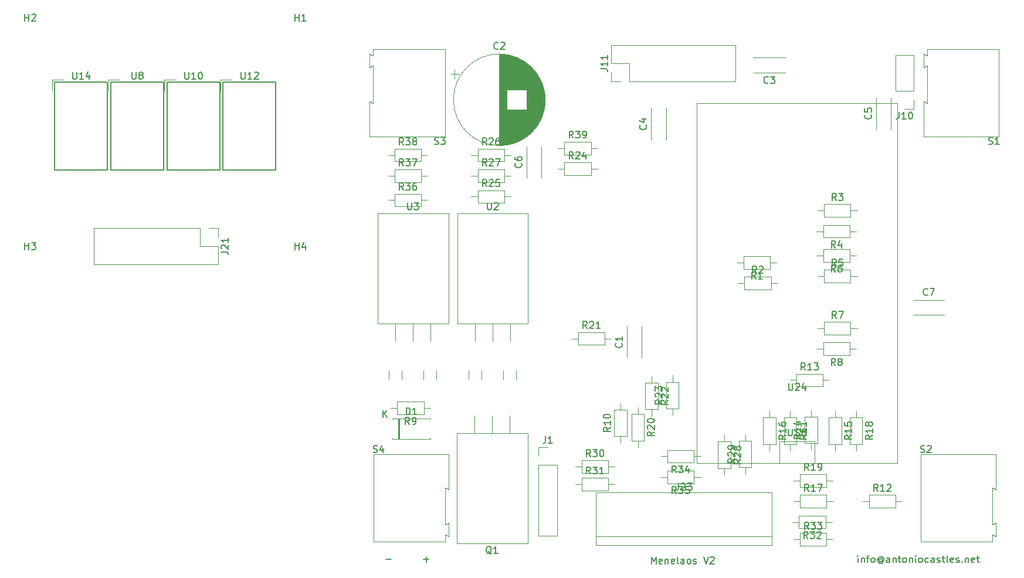
<source format=gbr>
%TF.GenerationSoftware,KiCad,Pcbnew,5.1.10-88a1d61d58~90~ubuntu20.04.1*%
%TF.CreationDate,2021-11-05T17:14:26+01:00*%
%TF.ProjectId,menelaos-v2,6d656e65-6c61-46f7-932d-76322e6b6963,rev?*%
%TF.SameCoordinates,Original*%
%TF.FileFunction,Legend,Top*%
%TF.FilePolarity,Positive*%
%FSLAX46Y46*%
G04 Gerber Fmt 4.6, Leading zero omitted, Abs format (unit mm)*
G04 Created by KiCad (PCBNEW 5.1.10-88a1d61d58~90~ubuntu20.04.1) date 2021-11-05 17:14:26*
%MOMM*%
%LPD*%
G01*
G04 APERTURE LIST*
%ADD10C,0.150000*%
%ADD11C,0.120000*%
G04 APERTURE END LIST*
D10*
X201779523Y-138332380D02*
X201779523Y-137665714D01*
X201779523Y-137332380D02*
X201731904Y-137380000D01*
X201779523Y-137427619D01*
X201827142Y-137380000D01*
X201779523Y-137332380D01*
X201779523Y-137427619D01*
X202255714Y-137665714D02*
X202255714Y-138332380D01*
X202255714Y-137760952D02*
X202303333Y-137713333D01*
X202398571Y-137665714D01*
X202541428Y-137665714D01*
X202636666Y-137713333D01*
X202684285Y-137808571D01*
X202684285Y-138332380D01*
X203017619Y-137665714D02*
X203398571Y-137665714D01*
X203160476Y-138332380D02*
X203160476Y-137475238D01*
X203208095Y-137380000D01*
X203303333Y-137332380D01*
X203398571Y-137332380D01*
X203874761Y-138332380D02*
X203779523Y-138284761D01*
X203731904Y-138237142D01*
X203684285Y-138141904D01*
X203684285Y-137856190D01*
X203731904Y-137760952D01*
X203779523Y-137713333D01*
X203874761Y-137665714D01*
X204017619Y-137665714D01*
X204112857Y-137713333D01*
X204160476Y-137760952D01*
X204208095Y-137856190D01*
X204208095Y-138141904D01*
X204160476Y-138237142D01*
X204112857Y-138284761D01*
X204017619Y-138332380D01*
X203874761Y-138332380D01*
X205255714Y-137856190D02*
X205208095Y-137808571D01*
X205112857Y-137760952D01*
X205017619Y-137760952D01*
X204922380Y-137808571D01*
X204874761Y-137856190D01*
X204827142Y-137951428D01*
X204827142Y-138046666D01*
X204874761Y-138141904D01*
X204922380Y-138189523D01*
X205017619Y-138237142D01*
X205112857Y-138237142D01*
X205208095Y-138189523D01*
X205255714Y-138141904D01*
X205255714Y-137760952D02*
X205255714Y-138141904D01*
X205303333Y-138189523D01*
X205350952Y-138189523D01*
X205446190Y-138141904D01*
X205493809Y-138046666D01*
X205493809Y-137808571D01*
X205398571Y-137665714D01*
X205255714Y-137570476D01*
X205065238Y-137522857D01*
X204874761Y-137570476D01*
X204731904Y-137665714D01*
X204636666Y-137808571D01*
X204589047Y-137999047D01*
X204636666Y-138189523D01*
X204731904Y-138332380D01*
X204874761Y-138427619D01*
X205065238Y-138475238D01*
X205255714Y-138427619D01*
X205398571Y-138332380D01*
X206350952Y-138332380D02*
X206350952Y-137808571D01*
X206303333Y-137713333D01*
X206208095Y-137665714D01*
X206017619Y-137665714D01*
X205922380Y-137713333D01*
X206350952Y-138284761D02*
X206255714Y-138332380D01*
X206017619Y-138332380D01*
X205922380Y-138284761D01*
X205874761Y-138189523D01*
X205874761Y-138094285D01*
X205922380Y-137999047D01*
X206017619Y-137951428D01*
X206255714Y-137951428D01*
X206350952Y-137903809D01*
X206827142Y-137665714D02*
X206827142Y-138332380D01*
X206827142Y-137760952D02*
X206874761Y-137713333D01*
X206970000Y-137665714D01*
X207112857Y-137665714D01*
X207208095Y-137713333D01*
X207255714Y-137808571D01*
X207255714Y-138332380D01*
X207589047Y-137665714D02*
X207970000Y-137665714D01*
X207731904Y-137332380D02*
X207731904Y-138189523D01*
X207779523Y-138284761D01*
X207874761Y-138332380D01*
X207970000Y-138332380D01*
X208446190Y-138332380D02*
X208350952Y-138284761D01*
X208303333Y-138237142D01*
X208255714Y-138141904D01*
X208255714Y-137856190D01*
X208303333Y-137760952D01*
X208350952Y-137713333D01*
X208446190Y-137665714D01*
X208589047Y-137665714D01*
X208684285Y-137713333D01*
X208731904Y-137760952D01*
X208779523Y-137856190D01*
X208779523Y-138141904D01*
X208731904Y-138237142D01*
X208684285Y-138284761D01*
X208589047Y-138332380D01*
X208446190Y-138332380D01*
X209208095Y-137665714D02*
X209208095Y-138332380D01*
X209208095Y-137760952D02*
X209255714Y-137713333D01*
X209350952Y-137665714D01*
X209493809Y-137665714D01*
X209589047Y-137713333D01*
X209636666Y-137808571D01*
X209636666Y-138332380D01*
X210112857Y-138332380D02*
X210112857Y-137665714D01*
X210112857Y-137332380D02*
X210065238Y-137380000D01*
X210112857Y-137427619D01*
X210160476Y-137380000D01*
X210112857Y-137332380D01*
X210112857Y-137427619D01*
X210731904Y-138332380D02*
X210636666Y-138284761D01*
X210589047Y-138237142D01*
X210541428Y-138141904D01*
X210541428Y-137856190D01*
X210589047Y-137760952D01*
X210636666Y-137713333D01*
X210731904Y-137665714D01*
X210874761Y-137665714D01*
X210970000Y-137713333D01*
X211017619Y-137760952D01*
X211065238Y-137856190D01*
X211065238Y-138141904D01*
X211017619Y-138237142D01*
X210970000Y-138284761D01*
X210874761Y-138332380D01*
X210731904Y-138332380D01*
X211922380Y-138284761D02*
X211827142Y-138332380D01*
X211636666Y-138332380D01*
X211541428Y-138284761D01*
X211493809Y-138237142D01*
X211446190Y-138141904D01*
X211446190Y-137856190D01*
X211493809Y-137760952D01*
X211541428Y-137713333D01*
X211636666Y-137665714D01*
X211827142Y-137665714D01*
X211922380Y-137713333D01*
X212779523Y-138332380D02*
X212779523Y-137808571D01*
X212731904Y-137713333D01*
X212636666Y-137665714D01*
X212446190Y-137665714D01*
X212350952Y-137713333D01*
X212779523Y-138284761D02*
X212684285Y-138332380D01*
X212446190Y-138332380D01*
X212350952Y-138284761D01*
X212303333Y-138189523D01*
X212303333Y-138094285D01*
X212350952Y-137999047D01*
X212446190Y-137951428D01*
X212684285Y-137951428D01*
X212779523Y-137903809D01*
X213208095Y-138284761D02*
X213303333Y-138332380D01*
X213493809Y-138332380D01*
X213589047Y-138284761D01*
X213636666Y-138189523D01*
X213636666Y-138141904D01*
X213589047Y-138046666D01*
X213493809Y-137999047D01*
X213350952Y-137999047D01*
X213255714Y-137951428D01*
X213208095Y-137856190D01*
X213208095Y-137808571D01*
X213255714Y-137713333D01*
X213350952Y-137665714D01*
X213493809Y-137665714D01*
X213589047Y-137713333D01*
X213922380Y-137665714D02*
X214303333Y-137665714D01*
X214065238Y-137332380D02*
X214065238Y-138189523D01*
X214112857Y-138284761D01*
X214208095Y-138332380D01*
X214303333Y-138332380D01*
X214779523Y-138332380D02*
X214684285Y-138284761D01*
X214636666Y-138189523D01*
X214636666Y-137332380D01*
X215541428Y-138284761D02*
X215446190Y-138332380D01*
X215255714Y-138332380D01*
X215160476Y-138284761D01*
X215112857Y-138189523D01*
X215112857Y-137808571D01*
X215160476Y-137713333D01*
X215255714Y-137665714D01*
X215446190Y-137665714D01*
X215541428Y-137713333D01*
X215589047Y-137808571D01*
X215589047Y-137903809D01*
X215112857Y-137999047D01*
X215970000Y-138284761D02*
X216065238Y-138332380D01*
X216255714Y-138332380D01*
X216350952Y-138284761D01*
X216398571Y-138189523D01*
X216398571Y-138141904D01*
X216350952Y-138046666D01*
X216255714Y-137999047D01*
X216112857Y-137999047D01*
X216017619Y-137951428D01*
X215970000Y-137856190D01*
X215970000Y-137808571D01*
X216017619Y-137713333D01*
X216112857Y-137665714D01*
X216255714Y-137665714D01*
X216350952Y-137713333D01*
X216827142Y-138237142D02*
X216874761Y-138284761D01*
X216827142Y-138332380D01*
X216779523Y-138284761D01*
X216827142Y-138237142D01*
X216827142Y-138332380D01*
X217303333Y-137665714D02*
X217303333Y-138332380D01*
X217303333Y-137760952D02*
X217350952Y-137713333D01*
X217446190Y-137665714D01*
X217589047Y-137665714D01*
X217684285Y-137713333D01*
X217731904Y-137808571D01*
X217731904Y-138332380D01*
X218589047Y-138284761D02*
X218493809Y-138332380D01*
X218303333Y-138332380D01*
X218208095Y-138284761D01*
X218160476Y-138189523D01*
X218160476Y-137808571D01*
X218208095Y-137713333D01*
X218303333Y-137665714D01*
X218493809Y-137665714D01*
X218589047Y-137713333D01*
X218636666Y-137808571D01*
X218636666Y-137903809D01*
X218160476Y-137999047D01*
X218922380Y-137665714D02*
X219303333Y-137665714D01*
X219065238Y-137332380D02*
X219065238Y-138189523D01*
X219112857Y-138284761D01*
X219208095Y-138332380D01*
X219303333Y-138332380D01*
X171970000Y-138512380D02*
X171970000Y-137512380D01*
X172303333Y-138226666D01*
X172636666Y-137512380D01*
X172636666Y-138512380D01*
X173493809Y-138464761D02*
X173398571Y-138512380D01*
X173208095Y-138512380D01*
X173112857Y-138464761D01*
X173065238Y-138369523D01*
X173065238Y-137988571D01*
X173112857Y-137893333D01*
X173208095Y-137845714D01*
X173398571Y-137845714D01*
X173493809Y-137893333D01*
X173541428Y-137988571D01*
X173541428Y-138083809D01*
X173065238Y-138179047D01*
X173970000Y-137845714D02*
X173970000Y-138512380D01*
X173970000Y-137940952D02*
X174017619Y-137893333D01*
X174112857Y-137845714D01*
X174255714Y-137845714D01*
X174350952Y-137893333D01*
X174398571Y-137988571D01*
X174398571Y-138512380D01*
X175255714Y-138464761D02*
X175160476Y-138512380D01*
X174970000Y-138512380D01*
X174874761Y-138464761D01*
X174827142Y-138369523D01*
X174827142Y-137988571D01*
X174874761Y-137893333D01*
X174970000Y-137845714D01*
X175160476Y-137845714D01*
X175255714Y-137893333D01*
X175303333Y-137988571D01*
X175303333Y-138083809D01*
X174827142Y-138179047D01*
X175874761Y-138512380D02*
X175779523Y-138464761D01*
X175731904Y-138369523D01*
X175731904Y-137512380D01*
X176684285Y-138512380D02*
X176684285Y-137988571D01*
X176636666Y-137893333D01*
X176541428Y-137845714D01*
X176350952Y-137845714D01*
X176255714Y-137893333D01*
X176684285Y-138464761D02*
X176589047Y-138512380D01*
X176350952Y-138512380D01*
X176255714Y-138464761D01*
X176208095Y-138369523D01*
X176208095Y-138274285D01*
X176255714Y-138179047D01*
X176350952Y-138131428D01*
X176589047Y-138131428D01*
X176684285Y-138083809D01*
X177303333Y-138512380D02*
X177208095Y-138464761D01*
X177160476Y-138417142D01*
X177112857Y-138321904D01*
X177112857Y-138036190D01*
X177160476Y-137940952D01*
X177208095Y-137893333D01*
X177303333Y-137845714D01*
X177446190Y-137845714D01*
X177541428Y-137893333D01*
X177589047Y-137940952D01*
X177636666Y-138036190D01*
X177636666Y-138321904D01*
X177589047Y-138417142D01*
X177541428Y-138464761D01*
X177446190Y-138512380D01*
X177303333Y-138512380D01*
X178017619Y-138464761D02*
X178112857Y-138512380D01*
X178303333Y-138512380D01*
X178398571Y-138464761D01*
X178446190Y-138369523D01*
X178446190Y-138321904D01*
X178398571Y-138226666D01*
X178303333Y-138179047D01*
X178160476Y-138179047D01*
X178065238Y-138131428D01*
X178017619Y-138036190D01*
X178017619Y-137988571D01*
X178065238Y-137893333D01*
X178160476Y-137845714D01*
X178303333Y-137845714D01*
X178398571Y-137893333D01*
X179493809Y-137512380D02*
X179827142Y-138512380D01*
X180160476Y-137512380D01*
X180446190Y-137607619D02*
X180493809Y-137560000D01*
X180589047Y-137512380D01*
X180827142Y-137512380D01*
X180922380Y-137560000D01*
X180970000Y-137607619D01*
X181017619Y-137702857D01*
X181017619Y-137798095D01*
X180970000Y-137940952D01*
X180398571Y-138512380D01*
X181017619Y-138512380D01*
X139089047Y-137871428D02*
X139850952Y-137871428D01*
X139470000Y-138252380D02*
X139470000Y-137490476D01*
X133629047Y-137891428D02*
X134390952Y-137891428D01*
D11*
%TO.C,J21*%
X109410000Y-90050000D02*
X109410000Y-91380000D01*
X108080000Y-90050000D02*
X109410000Y-90050000D01*
X109410000Y-92650000D02*
X109410000Y-95250000D01*
X106810000Y-92650000D02*
X109410000Y-92650000D01*
X106810000Y-90050000D02*
X106810000Y-92650000D01*
X109410000Y-95250000D02*
X91510000Y-95250000D01*
X106810000Y-90050000D02*
X91510000Y-90050000D01*
X91510000Y-90050000D02*
X91510000Y-95250000D01*
D10*
%TO.C,U14*%
X93450000Y-68950000D02*
X85830000Y-68950000D01*
X85830000Y-68950000D02*
X85830000Y-81650000D01*
X85830000Y-81650000D02*
X93450000Y-81650000D01*
X93450000Y-81650000D02*
X93450000Y-68950000D01*
D11*
X85470000Y-70220000D02*
X85470000Y-68590000D01*
X85470000Y-68590000D02*
X87100000Y-68590000D01*
%TO.C,U12*%
X109770000Y-68590000D02*
X111400000Y-68590000D01*
X109770000Y-70220000D02*
X109770000Y-68590000D01*
D10*
X117750000Y-81650000D02*
X117750000Y-68950000D01*
X110130000Y-81650000D02*
X117750000Y-81650000D01*
X110130000Y-68950000D02*
X110130000Y-81650000D01*
X117750000Y-68950000D02*
X110130000Y-68950000D01*
%TO.C,U10*%
X109650000Y-68950000D02*
X102030000Y-68950000D01*
X102030000Y-68950000D02*
X102030000Y-81650000D01*
X102030000Y-81650000D02*
X109650000Y-81650000D01*
X109650000Y-81650000D02*
X109650000Y-68950000D01*
D11*
X101670000Y-70220000D02*
X101670000Y-68590000D01*
X101670000Y-68590000D02*
X103300000Y-68590000D01*
%TO.C,U8*%
X93570000Y-68590000D02*
X95200000Y-68590000D01*
X93570000Y-70220000D02*
X93570000Y-68590000D01*
D10*
X101550000Y-81650000D02*
X101550000Y-68950000D01*
X93930000Y-81650000D02*
X101550000Y-81650000D01*
X93930000Y-68950000D02*
X93930000Y-81650000D01*
X101550000Y-68950000D02*
X93930000Y-68950000D01*
D11*
%TO.C,C2*%
X143565431Y-67135000D02*
X143565431Y-68435000D01*
X142915431Y-67785000D02*
X144215431Y-67785000D01*
X156601000Y-71025000D02*
X156601000Y-71975000D01*
X156561000Y-70650000D02*
X156561000Y-72350000D01*
X156521000Y-70393000D02*
X156521000Y-72607000D01*
X156481000Y-70185000D02*
X156481000Y-72815000D01*
X156441000Y-70006000D02*
X156441000Y-72994000D01*
X156401000Y-69847000D02*
X156401000Y-73153000D01*
X156361000Y-69702000D02*
X156361000Y-73298000D01*
X156321000Y-69569000D02*
X156321000Y-73431000D01*
X156281000Y-69445000D02*
X156281000Y-73555000D01*
X156241000Y-69329000D02*
X156241000Y-73671000D01*
X156201000Y-69219000D02*
X156201000Y-73781000D01*
X156161000Y-69115000D02*
X156161000Y-73885000D01*
X156121000Y-69016000D02*
X156121000Y-73984000D01*
X156081000Y-68921000D02*
X156081000Y-74079000D01*
X156041000Y-68830000D02*
X156041000Y-74170000D01*
X156001000Y-68742000D02*
X156001000Y-74258000D01*
X155961000Y-68658000D02*
X155961000Y-74342000D01*
X155921000Y-68577000D02*
X155921000Y-74423000D01*
X155881000Y-68498000D02*
X155881000Y-74502000D01*
X155841000Y-68422000D02*
X155841000Y-74578000D01*
X155801000Y-68348000D02*
X155801000Y-74652000D01*
X155761000Y-68277000D02*
X155761000Y-74723000D01*
X155721000Y-68207000D02*
X155721000Y-74793000D01*
X155681000Y-68139000D02*
X155681000Y-74861000D01*
X155641000Y-68073000D02*
X155641000Y-74927000D01*
X155601000Y-68009000D02*
X155601000Y-74991000D01*
X155561000Y-67946000D02*
X155561000Y-75054000D01*
X155521000Y-67885000D02*
X155521000Y-75115000D01*
X155481000Y-67825000D02*
X155481000Y-75175000D01*
X155441000Y-67767000D02*
X155441000Y-75233000D01*
X155401000Y-67710000D02*
X155401000Y-75290000D01*
X155361000Y-67654000D02*
X155361000Y-75346000D01*
X155321000Y-67600000D02*
X155321000Y-75400000D01*
X155281000Y-67546000D02*
X155281000Y-75454000D01*
X155241000Y-67494000D02*
X155241000Y-75506000D01*
X155201000Y-67443000D02*
X155201000Y-75557000D01*
X155161000Y-67392000D02*
X155161000Y-75608000D01*
X155121000Y-67343000D02*
X155121000Y-75657000D01*
X155081000Y-67295000D02*
X155081000Y-75705000D01*
X155041000Y-67247000D02*
X155041000Y-75753000D01*
X155001000Y-67201000D02*
X155001000Y-75799000D01*
X154961000Y-67155000D02*
X154961000Y-75845000D01*
X154921000Y-67110000D02*
X154921000Y-75890000D01*
X154881000Y-67066000D02*
X154881000Y-75934000D01*
X154841000Y-67023000D02*
X154841000Y-75977000D01*
X154801000Y-66981000D02*
X154801000Y-76019000D01*
X154761000Y-66939000D02*
X154761000Y-76061000D01*
X154721000Y-66898000D02*
X154721000Y-76102000D01*
X154681000Y-66857000D02*
X154681000Y-76143000D01*
X154641000Y-66818000D02*
X154641000Y-76182000D01*
X154601000Y-66779000D02*
X154601000Y-76221000D01*
X154561000Y-66740000D02*
X154561000Y-76260000D01*
X154521000Y-66703000D02*
X154521000Y-76297000D01*
X154481000Y-66666000D02*
X154481000Y-76334000D01*
X154441000Y-66629000D02*
X154441000Y-76371000D01*
X154401000Y-66593000D02*
X154401000Y-76407000D01*
X154361000Y-66558000D02*
X154361000Y-76442000D01*
X154321000Y-66523000D02*
X154321000Y-76477000D01*
X154281000Y-66489000D02*
X154281000Y-76511000D01*
X154241000Y-66456000D02*
X154241000Y-76544000D01*
X154201000Y-66422000D02*
X154201000Y-76578000D01*
X154161000Y-66390000D02*
X154161000Y-76610000D01*
X154121000Y-66358000D02*
X154121000Y-76642000D01*
X154081000Y-66326000D02*
X154081000Y-76674000D01*
X154041000Y-66295000D02*
X154041000Y-76705000D01*
X154001000Y-66265000D02*
X154001000Y-76735000D01*
X153961000Y-66235000D02*
X153961000Y-76765000D01*
X153921000Y-72940000D02*
X153921000Y-76795000D01*
X153921000Y-66205000D02*
X153921000Y-70060000D01*
X153881000Y-72940000D02*
X153881000Y-76824000D01*
X153881000Y-66176000D02*
X153881000Y-70060000D01*
X153841000Y-72940000D02*
X153841000Y-76853000D01*
X153841000Y-66147000D02*
X153841000Y-70060000D01*
X153801000Y-72940000D02*
X153801000Y-76881000D01*
X153801000Y-66119000D02*
X153801000Y-70060000D01*
X153761000Y-72940000D02*
X153761000Y-76909000D01*
X153761000Y-66091000D02*
X153761000Y-70060000D01*
X153721000Y-72940000D02*
X153721000Y-76936000D01*
X153721000Y-66064000D02*
X153721000Y-70060000D01*
X153681000Y-72940000D02*
X153681000Y-76963000D01*
X153681000Y-66037000D02*
X153681000Y-70060000D01*
X153641000Y-72940000D02*
X153641000Y-76990000D01*
X153641000Y-66010000D02*
X153641000Y-70060000D01*
X153601000Y-72940000D02*
X153601000Y-77016000D01*
X153601000Y-65984000D02*
X153601000Y-70060000D01*
X153561000Y-72940000D02*
X153561000Y-77042000D01*
X153561000Y-65958000D02*
X153561000Y-70060000D01*
X153521000Y-72940000D02*
X153521000Y-77067000D01*
X153521000Y-65933000D02*
X153521000Y-70060000D01*
X153481000Y-72940000D02*
X153481000Y-77092000D01*
X153481000Y-65908000D02*
X153481000Y-70060000D01*
X153441000Y-72940000D02*
X153441000Y-77117000D01*
X153441000Y-65883000D02*
X153441000Y-70060000D01*
X153401000Y-72940000D02*
X153401000Y-77141000D01*
X153401000Y-65859000D02*
X153401000Y-70060000D01*
X153361000Y-72940000D02*
X153361000Y-77164000D01*
X153361000Y-65836000D02*
X153361000Y-70060000D01*
X153321000Y-72940000D02*
X153321000Y-77188000D01*
X153321000Y-65812000D02*
X153321000Y-70060000D01*
X153281000Y-72940000D02*
X153281000Y-77211000D01*
X153281000Y-65789000D02*
X153281000Y-70060000D01*
X153241000Y-72940000D02*
X153241000Y-77233000D01*
X153241000Y-65767000D02*
X153241000Y-70060000D01*
X153201000Y-72940000D02*
X153201000Y-77256000D01*
X153201000Y-65744000D02*
X153201000Y-70060000D01*
X153161000Y-72940000D02*
X153161000Y-77278000D01*
X153161000Y-65722000D02*
X153161000Y-70060000D01*
X153121000Y-72940000D02*
X153121000Y-77299000D01*
X153121000Y-65701000D02*
X153121000Y-70060000D01*
X153081000Y-72940000D02*
X153081000Y-77320000D01*
X153081000Y-65680000D02*
X153081000Y-70060000D01*
X153041000Y-72940000D02*
X153041000Y-77341000D01*
X153041000Y-65659000D02*
X153041000Y-70060000D01*
X153001000Y-72940000D02*
X153001000Y-77362000D01*
X153001000Y-65638000D02*
X153001000Y-70060000D01*
X152961000Y-72940000D02*
X152961000Y-77382000D01*
X152961000Y-65618000D02*
X152961000Y-70060000D01*
X152921000Y-72940000D02*
X152921000Y-77402000D01*
X152921000Y-65598000D02*
X152921000Y-70060000D01*
X152881000Y-72940000D02*
X152881000Y-77421000D01*
X152881000Y-65579000D02*
X152881000Y-70060000D01*
X152841000Y-72940000D02*
X152841000Y-77440000D01*
X152841000Y-65560000D02*
X152841000Y-70060000D01*
X152801000Y-72940000D02*
X152801000Y-77459000D01*
X152801000Y-65541000D02*
X152801000Y-70060000D01*
X152761000Y-72940000D02*
X152761000Y-77478000D01*
X152761000Y-65522000D02*
X152761000Y-70060000D01*
X152721000Y-72940000D02*
X152721000Y-77496000D01*
X152721000Y-65504000D02*
X152721000Y-70060000D01*
X152681000Y-72940000D02*
X152681000Y-77514000D01*
X152681000Y-65486000D02*
X152681000Y-70060000D01*
X152641000Y-72940000D02*
X152641000Y-77531000D01*
X152641000Y-65469000D02*
X152641000Y-70060000D01*
X152601000Y-72940000D02*
X152601000Y-77549000D01*
X152601000Y-65451000D02*
X152601000Y-70060000D01*
X152561000Y-72940000D02*
X152561000Y-77565000D01*
X152561000Y-65435000D02*
X152561000Y-70060000D01*
X152521000Y-72940000D02*
X152521000Y-77582000D01*
X152521000Y-65418000D02*
X152521000Y-70060000D01*
X152481000Y-72940000D02*
X152481000Y-77598000D01*
X152481000Y-65402000D02*
X152481000Y-70060000D01*
X152441000Y-72940000D02*
X152441000Y-77614000D01*
X152441000Y-65386000D02*
X152441000Y-70060000D01*
X152401000Y-72940000D02*
X152401000Y-77630000D01*
X152401000Y-65370000D02*
X152401000Y-70060000D01*
X152361000Y-72940000D02*
X152361000Y-77646000D01*
X152361000Y-65354000D02*
X152361000Y-70060000D01*
X152321000Y-72940000D02*
X152321000Y-77661000D01*
X152321000Y-65339000D02*
X152321000Y-70060000D01*
X152281000Y-72940000D02*
X152281000Y-77675000D01*
X152281000Y-65325000D02*
X152281000Y-70060000D01*
X152241000Y-72940000D02*
X152241000Y-77690000D01*
X152241000Y-65310000D02*
X152241000Y-70060000D01*
X152201000Y-72940000D02*
X152201000Y-77704000D01*
X152201000Y-65296000D02*
X152201000Y-70060000D01*
X152161000Y-72940000D02*
X152161000Y-77718000D01*
X152161000Y-65282000D02*
X152161000Y-70060000D01*
X152121000Y-72940000D02*
X152121000Y-77732000D01*
X152121000Y-65268000D02*
X152121000Y-70060000D01*
X152081000Y-72940000D02*
X152081000Y-77745000D01*
X152081000Y-65255000D02*
X152081000Y-70060000D01*
X152041000Y-72940000D02*
X152041000Y-77758000D01*
X152041000Y-65242000D02*
X152041000Y-70060000D01*
X152001000Y-72940000D02*
X152001000Y-77771000D01*
X152001000Y-65229000D02*
X152001000Y-70060000D01*
X151961000Y-72940000D02*
X151961000Y-77784000D01*
X151961000Y-65216000D02*
X151961000Y-70060000D01*
X151921000Y-72940000D02*
X151921000Y-77796000D01*
X151921000Y-65204000D02*
X151921000Y-70060000D01*
X151881000Y-72940000D02*
X151881000Y-77808000D01*
X151881000Y-65192000D02*
X151881000Y-70060000D01*
X151841000Y-72940000D02*
X151841000Y-77820000D01*
X151841000Y-65180000D02*
X151841000Y-70060000D01*
X151801000Y-72940000D02*
X151801000Y-77831000D01*
X151801000Y-65169000D02*
X151801000Y-70060000D01*
X151761000Y-72940000D02*
X151761000Y-77842000D01*
X151761000Y-65158000D02*
X151761000Y-70060000D01*
X151721000Y-72940000D02*
X151721000Y-77853000D01*
X151721000Y-65147000D02*
X151721000Y-70060000D01*
X151681000Y-72940000D02*
X151681000Y-77864000D01*
X151681000Y-65136000D02*
X151681000Y-70060000D01*
X151641000Y-72940000D02*
X151641000Y-77874000D01*
X151641000Y-65126000D02*
X151641000Y-70060000D01*
X151601000Y-72940000D02*
X151601000Y-77884000D01*
X151601000Y-65116000D02*
X151601000Y-70060000D01*
X151561000Y-72940000D02*
X151561000Y-77894000D01*
X151561000Y-65106000D02*
X151561000Y-70060000D01*
X151521000Y-72940000D02*
X151521000Y-77904000D01*
X151521000Y-65096000D02*
X151521000Y-70060000D01*
X151481000Y-72940000D02*
X151481000Y-77913000D01*
X151481000Y-65087000D02*
X151481000Y-70060000D01*
X151441000Y-72940000D02*
X151441000Y-77922000D01*
X151441000Y-65078000D02*
X151441000Y-70060000D01*
X151401000Y-72940000D02*
X151401000Y-77931000D01*
X151401000Y-65069000D02*
X151401000Y-70060000D01*
X151361000Y-72940000D02*
X151361000Y-77939000D01*
X151361000Y-65061000D02*
X151361000Y-70060000D01*
X151321000Y-72940000D02*
X151321000Y-77948000D01*
X151321000Y-65052000D02*
X151321000Y-70060000D01*
X151281000Y-72940000D02*
X151281000Y-77956000D01*
X151281000Y-65044000D02*
X151281000Y-70060000D01*
X151241000Y-72940000D02*
X151241000Y-77963000D01*
X151241000Y-65037000D02*
X151241000Y-70060000D01*
X151201000Y-72940000D02*
X151201000Y-77971000D01*
X151201000Y-65029000D02*
X151201000Y-70060000D01*
X151161000Y-72940000D02*
X151161000Y-77978000D01*
X151161000Y-65022000D02*
X151161000Y-70060000D01*
X151121000Y-72940000D02*
X151121000Y-77985000D01*
X151121000Y-65015000D02*
X151121000Y-70060000D01*
X151081000Y-72940000D02*
X151081000Y-77992000D01*
X151081000Y-65008000D02*
X151081000Y-70060000D01*
X151041000Y-65002000D02*
X151041000Y-77998000D01*
X151001000Y-64995000D02*
X151001000Y-78005000D01*
X150961000Y-64989000D02*
X150961000Y-78011000D01*
X150921000Y-64984000D02*
X150921000Y-78016000D01*
X150881000Y-64978000D02*
X150881000Y-78022000D01*
X150841000Y-64973000D02*
X150841000Y-78027000D01*
X150801000Y-64968000D02*
X150801000Y-78032000D01*
X150761000Y-64963000D02*
X150761000Y-78037000D01*
X150721000Y-64959000D02*
X150721000Y-78041000D01*
X150680000Y-64955000D02*
X150680000Y-78045000D01*
X150640000Y-64951000D02*
X150640000Y-78049000D01*
X150600000Y-64947000D02*
X150600000Y-78053000D01*
X150560000Y-64943000D02*
X150560000Y-78057000D01*
X150520000Y-64940000D02*
X150520000Y-78060000D01*
X150480000Y-64937000D02*
X150480000Y-78063000D01*
X150440000Y-64934000D02*
X150440000Y-78066000D01*
X150400000Y-64932000D02*
X150400000Y-78068000D01*
X150360000Y-64929000D02*
X150360000Y-78071000D01*
X150320000Y-64927000D02*
X150320000Y-78073000D01*
X150280000Y-64925000D02*
X150280000Y-78075000D01*
X150240000Y-64924000D02*
X150240000Y-78076000D01*
X150200000Y-64923000D02*
X150200000Y-78077000D01*
X150160000Y-64921000D02*
X150160000Y-78079000D01*
X150120000Y-64921000D02*
X150120000Y-78079000D01*
X150080000Y-64920000D02*
X150080000Y-78080000D01*
X150040000Y-64920000D02*
X150040000Y-78080000D01*
X150000000Y-64920000D02*
X150000000Y-78080000D01*
X156620000Y-71500000D02*
G75*
G03*
X156620000Y-71500000I-6620000J0D01*
G01*
%TO.C,D1*%
X135370000Y-117530000D02*
X135370000Y-120470000D01*
X135610000Y-117530000D02*
X135610000Y-120470000D01*
X135490000Y-117530000D02*
X135490000Y-120470000D01*
X140030000Y-120470000D02*
X140030000Y-120340000D01*
X134590000Y-120470000D02*
X140030000Y-120470000D01*
X134590000Y-120340000D02*
X134590000Y-120470000D01*
X140030000Y-117530000D02*
X140030000Y-117660000D01*
X134590000Y-117530000D02*
X140030000Y-117530000D01*
X134590000Y-117660000D02*
X134590000Y-117530000D01*
%TO.C,J1*%
X155670000Y-121670000D02*
X157000000Y-121670000D01*
X155670000Y-123000000D02*
X155670000Y-121670000D01*
X155670000Y-124270000D02*
X158330000Y-124270000D01*
X158330000Y-124270000D02*
X158330000Y-134490000D01*
X155670000Y-124270000D02*
X155670000Y-134490000D01*
X155670000Y-134490000D02*
X158330000Y-134490000D01*
%TO.C,J10*%
X209830000Y-72830000D02*
X208500000Y-72830000D01*
X209830000Y-71500000D02*
X209830000Y-72830000D01*
X209830000Y-70230000D02*
X207170000Y-70230000D01*
X207170000Y-70230000D02*
X207170000Y-65090000D01*
X209830000Y-70230000D02*
X209830000Y-65090000D01*
X209830000Y-65090000D02*
X207170000Y-65090000D01*
%TO.C,J11*%
X166170000Y-68830000D02*
X166170000Y-67500000D01*
X167500000Y-68830000D02*
X166170000Y-68830000D01*
X166170000Y-66230000D02*
X166170000Y-63630000D01*
X168770000Y-66230000D02*
X166170000Y-66230000D01*
X168770000Y-68830000D02*
X168770000Y-66230000D01*
X166170000Y-63630000D02*
X184070000Y-63630000D01*
X168770000Y-68830000D02*
X184070000Y-68830000D01*
X184070000Y-68830000D02*
X184070000Y-63630000D01*
%TO.C,J23*%
X163960000Y-128190000D02*
X163960000Y-135810000D01*
X189360000Y-128190000D02*
X189360000Y-135810000D01*
X163960000Y-128190000D02*
X189360000Y-128190000D01*
X163960000Y-134540000D02*
X189360000Y-134540000D01*
X163960000Y-135810000D02*
X189360000Y-135810000D01*
%TO.C,Murata-Ceramic-Capacitor-50v1-22uF1*%
X147420000Y-110621000D02*
X147420000Y-111879000D01*
X145580000Y-110621000D02*
X145580000Y-111879000D01*
%TO.C,Murata-Ceramic-Capacitor-50v1-22uF2*%
X134080000Y-110621000D02*
X134080000Y-111879000D01*
X135920000Y-110621000D02*
X135920000Y-111879000D01*
%TO.C,Murata-Ceramic-Capacitor-50v1-22uF3*%
X150580000Y-110621000D02*
X150580000Y-111879000D01*
X152420000Y-110621000D02*
X152420000Y-111879000D01*
%TO.C,Murata-Ceramic-Capacitor-50v1-22uF4*%
X140920000Y-110621000D02*
X140920000Y-111879000D01*
X139080000Y-110621000D02*
X139080000Y-111879000D01*
%TO.C,Q1*%
X146420000Y-119690000D02*
X146420000Y-117150000D01*
X148960000Y-119690000D02*
X148960000Y-117150000D01*
X151500000Y-119690000D02*
X151500000Y-117150000D01*
X143840000Y-135580000D02*
X143840000Y-119690000D01*
X154080000Y-135580000D02*
X154080000Y-119690000D01*
X154080000Y-135580000D02*
X143840000Y-135580000D01*
X154080000Y-119690000D02*
X143840000Y-119690000D01*
%TO.C,R1*%
X189110000Y-95920000D02*
X189110000Y-94080000D01*
X189110000Y-94080000D02*
X185270000Y-94080000D01*
X185270000Y-94080000D02*
X185270000Y-95920000D01*
X185270000Y-95920000D02*
X189110000Y-95920000D01*
X190060000Y-95000000D02*
X189110000Y-95000000D01*
X184320000Y-95000000D02*
X185270000Y-95000000D01*
%TO.C,R2*%
X190180000Y-98000000D02*
X189230000Y-98000000D01*
X184440000Y-98000000D02*
X185390000Y-98000000D01*
X189230000Y-97080000D02*
X185390000Y-97080000D01*
X189230000Y-98920000D02*
X189230000Y-97080000D01*
X185390000Y-98920000D02*
X189230000Y-98920000D01*
X185390000Y-97080000D02*
X185390000Y-98920000D01*
%TO.C,R3*%
X196890000Y-86580000D02*
X196890000Y-88420000D01*
X196890000Y-88420000D02*
X200730000Y-88420000D01*
X200730000Y-88420000D02*
X200730000Y-86580000D01*
X200730000Y-86580000D02*
X196890000Y-86580000D01*
X195940000Y-87500000D02*
X196890000Y-87500000D01*
X201680000Y-87500000D02*
X200730000Y-87500000D01*
%TO.C,R4*%
X195820000Y-90500000D02*
X196770000Y-90500000D01*
X201560000Y-90500000D02*
X200610000Y-90500000D01*
X196770000Y-91420000D02*
X200610000Y-91420000D01*
X196770000Y-89580000D02*
X196770000Y-91420000D01*
X200610000Y-89580000D02*
X196770000Y-89580000D01*
X200610000Y-91420000D02*
X200610000Y-89580000D01*
%TO.C,R5*%
X196890000Y-96080000D02*
X196890000Y-97920000D01*
X196890000Y-97920000D02*
X200730000Y-97920000D01*
X200730000Y-97920000D02*
X200730000Y-96080000D01*
X200730000Y-96080000D02*
X196890000Y-96080000D01*
X195940000Y-97000000D02*
X196890000Y-97000000D01*
X201680000Y-97000000D02*
X200730000Y-97000000D01*
%TO.C,R6*%
X195820000Y-94000000D02*
X196770000Y-94000000D01*
X201560000Y-94000000D02*
X200610000Y-94000000D01*
X196770000Y-94920000D02*
X200610000Y-94920000D01*
X196770000Y-93080000D02*
X196770000Y-94920000D01*
X200610000Y-93080000D02*
X196770000Y-93080000D01*
X200610000Y-94920000D02*
X200610000Y-93080000D01*
%TO.C,R7*%
X196890000Y-103580000D02*
X196890000Y-105420000D01*
X196890000Y-105420000D02*
X200730000Y-105420000D01*
X200730000Y-105420000D02*
X200730000Y-103580000D01*
X200730000Y-103580000D02*
X196890000Y-103580000D01*
X195940000Y-104500000D02*
X196890000Y-104500000D01*
X201680000Y-104500000D02*
X200730000Y-104500000D01*
%TO.C,R8*%
X195820000Y-107500000D02*
X196770000Y-107500000D01*
X201560000Y-107500000D02*
X200610000Y-107500000D01*
X196770000Y-108420000D02*
X200610000Y-108420000D01*
X196770000Y-106580000D02*
X196770000Y-108420000D01*
X200610000Y-106580000D02*
X196770000Y-106580000D01*
X200610000Y-108420000D02*
X200610000Y-106580000D01*
%TO.C,R9*%
X139110000Y-116920000D02*
X139110000Y-115080000D01*
X139110000Y-115080000D02*
X135270000Y-115080000D01*
X135270000Y-115080000D02*
X135270000Y-116920000D01*
X135270000Y-116920000D02*
X139110000Y-116920000D01*
X140060000Y-116000000D02*
X139110000Y-116000000D01*
X134320000Y-116000000D02*
X135270000Y-116000000D01*
%TO.C,R21*%
X166180000Y-106000000D02*
X165230000Y-106000000D01*
X160440000Y-106000000D02*
X161390000Y-106000000D01*
X165230000Y-105080000D02*
X161390000Y-105080000D01*
X165230000Y-106920000D02*
X165230000Y-105080000D01*
X161390000Y-106920000D02*
X165230000Y-106920000D01*
X161390000Y-105080000D02*
X161390000Y-106920000D01*
%TO.C,R11*%
X192920000Y-117390000D02*
X191080000Y-117390000D01*
X191080000Y-117390000D02*
X191080000Y-121230000D01*
X191080000Y-121230000D02*
X192920000Y-121230000D01*
X192920000Y-121230000D02*
X192920000Y-117390000D01*
X192000000Y-116440000D02*
X192000000Y-117390000D01*
X192000000Y-122180000D02*
X192000000Y-121230000D01*
%TO.C,R12*%
X208180000Y-129500000D02*
X207230000Y-129500000D01*
X202440000Y-129500000D02*
X203390000Y-129500000D01*
X207230000Y-128580000D02*
X203390000Y-128580000D01*
X207230000Y-130420000D02*
X207230000Y-128580000D01*
X203390000Y-130420000D02*
X207230000Y-130420000D01*
X203390000Y-128580000D02*
X203390000Y-130420000D01*
%TO.C,R13*%
X197680000Y-112000000D02*
X196730000Y-112000000D01*
X191940000Y-112000000D02*
X192890000Y-112000000D01*
X196730000Y-111080000D02*
X192890000Y-111080000D01*
X196730000Y-112920000D02*
X196730000Y-111080000D01*
X192890000Y-112920000D02*
X196730000Y-112920000D01*
X192890000Y-111080000D02*
X192890000Y-112920000D01*
%TO.C,R14*%
X195000000Y-116320000D02*
X195000000Y-117270000D01*
X195000000Y-122060000D02*
X195000000Y-121110000D01*
X194080000Y-117270000D02*
X194080000Y-121110000D01*
X195920000Y-117270000D02*
X194080000Y-117270000D01*
X195920000Y-121110000D02*
X195920000Y-117270000D01*
X194080000Y-121110000D02*
X195920000Y-121110000D01*
%TO.C,R15*%
X199420000Y-117390000D02*
X197580000Y-117390000D01*
X197580000Y-117390000D02*
X197580000Y-121230000D01*
X197580000Y-121230000D02*
X199420000Y-121230000D01*
X199420000Y-121230000D02*
X199420000Y-117390000D01*
X198500000Y-116440000D02*
X198500000Y-117390000D01*
X198500000Y-122180000D02*
X198500000Y-121230000D01*
%TO.C,R16*%
X189920000Y-117390000D02*
X188080000Y-117390000D01*
X188080000Y-117390000D02*
X188080000Y-121230000D01*
X188080000Y-121230000D02*
X189920000Y-121230000D01*
X189920000Y-121230000D02*
X189920000Y-117390000D01*
X189000000Y-116440000D02*
X189000000Y-117390000D01*
X189000000Y-122180000D02*
X189000000Y-121230000D01*
%TO.C,R17*%
X198180000Y-129500000D02*
X197230000Y-129500000D01*
X192440000Y-129500000D02*
X193390000Y-129500000D01*
X197230000Y-128580000D02*
X193390000Y-128580000D01*
X197230000Y-130420000D02*
X197230000Y-128580000D01*
X193390000Y-130420000D02*
X197230000Y-130420000D01*
X193390000Y-128580000D02*
X193390000Y-130420000D01*
%TO.C,R18*%
X202420000Y-117390000D02*
X200580000Y-117390000D01*
X200580000Y-117390000D02*
X200580000Y-121230000D01*
X200580000Y-121230000D02*
X202420000Y-121230000D01*
X202420000Y-121230000D02*
X202420000Y-117390000D01*
X201500000Y-116440000D02*
X201500000Y-117390000D01*
X201500000Y-122180000D02*
X201500000Y-121230000D01*
%TO.C,R19*%
X198180000Y-126500000D02*
X197230000Y-126500000D01*
X192440000Y-126500000D02*
X193390000Y-126500000D01*
X197230000Y-125580000D02*
X193390000Y-125580000D01*
X197230000Y-127420000D02*
X197230000Y-125580000D01*
X193390000Y-127420000D02*
X197230000Y-127420000D01*
X193390000Y-125580000D02*
X193390000Y-127420000D01*
%TO.C,S1*%
X211300000Y-76800000D02*
X222150000Y-76800000D01*
X211300000Y-71700000D02*
X211300000Y-76800000D01*
X211800000Y-72000000D02*
X211300000Y-71700000D01*
X211800000Y-66600000D02*
X211800000Y-72000000D01*
X211300000Y-66850000D02*
X211800000Y-66600000D01*
X211300000Y-66800000D02*
X211300000Y-66850000D01*
X211300000Y-64900000D02*
X211300000Y-66800000D01*
X211800000Y-65150000D02*
X211300000Y-64900000D01*
X211800000Y-64200000D02*
X211800000Y-65150000D01*
X222150000Y-64200000D02*
X211800000Y-64200000D01*
X222150000Y-76800000D02*
X222150000Y-64200000D01*
%TO.C,S2*%
X210850000Y-122700000D02*
X210850000Y-135300000D01*
X210850000Y-135300000D02*
X221200000Y-135300000D01*
X221200000Y-135300000D02*
X221200000Y-134350000D01*
X221200000Y-134350000D02*
X221700000Y-134600000D01*
X221700000Y-134600000D02*
X221700000Y-132700000D01*
X221700000Y-132700000D02*
X221700000Y-132650000D01*
X221700000Y-132650000D02*
X221200000Y-132900000D01*
X221200000Y-132900000D02*
X221200000Y-127500000D01*
X221200000Y-127500000D02*
X221700000Y-127800000D01*
X221700000Y-127800000D02*
X221700000Y-122700000D01*
X221700000Y-122700000D02*
X210850000Y-122700000D01*
%TO.C,S3*%
X131300000Y-76800000D02*
X142150000Y-76800000D01*
X131300000Y-71700000D02*
X131300000Y-76800000D01*
X131800000Y-72000000D02*
X131300000Y-71700000D01*
X131800000Y-66600000D02*
X131800000Y-72000000D01*
X131300000Y-66850000D02*
X131800000Y-66600000D01*
X131300000Y-66800000D02*
X131300000Y-66850000D01*
X131300000Y-64900000D02*
X131300000Y-66800000D01*
X131800000Y-65150000D02*
X131300000Y-64900000D01*
X131800000Y-64200000D02*
X131800000Y-65150000D01*
X142150000Y-64200000D02*
X131800000Y-64200000D01*
X142150000Y-76800000D02*
X142150000Y-64200000D01*
%TO.C,S4*%
X131850000Y-122700000D02*
X131850000Y-135300000D01*
X131850000Y-135300000D02*
X142200000Y-135300000D01*
X142200000Y-135300000D02*
X142200000Y-134350000D01*
X142200000Y-134350000D02*
X142700000Y-134600000D01*
X142700000Y-134600000D02*
X142700000Y-132700000D01*
X142700000Y-132700000D02*
X142700000Y-132650000D01*
X142700000Y-132650000D02*
X142200000Y-132900000D01*
X142200000Y-132900000D02*
X142200000Y-127500000D01*
X142200000Y-127500000D02*
X142700000Y-127800000D01*
X142700000Y-127800000D02*
X142700000Y-122700000D01*
X142700000Y-122700000D02*
X131850000Y-122700000D01*
%TO.C,U24*%
X195540000Y-120860000D02*
X195540000Y-123908000D01*
X190460000Y-120860000D02*
X195540000Y-120860000D01*
X190460000Y-123908000D02*
X190460000Y-120860000D01*
X178500000Y-124000000D02*
X207500000Y-124000000D01*
X178500000Y-72000000D02*
X207500000Y-72000000D01*
X207500000Y-72000000D02*
X207500000Y-124000000D01*
X178500000Y-72000000D02*
X178500000Y-124000000D01*
%TO.C,C1*%
X170555000Y-104230000D02*
X170570000Y-104230000D01*
X168430000Y-104230000D02*
X168445000Y-104230000D01*
X170555000Y-108770000D02*
X170570000Y-108770000D01*
X168430000Y-108770000D02*
X168445000Y-108770000D01*
X170570000Y-108770000D02*
X170570000Y-104230000D01*
X168430000Y-108770000D02*
X168430000Y-104230000D01*
%TO.C,C3*%
X191270000Y-67570000D02*
X186730000Y-67570000D01*
X191270000Y-65430000D02*
X186730000Y-65430000D01*
X191270000Y-67570000D02*
X191270000Y-67555000D01*
X191270000Y-65445000D02*
X191270000Y-65430000D01*
X186730000Y-67570000D02*
X186730000Y-67555000D01*
X186730000Y-65445000D02*
X186730000Y-65430000D01*
%TO.C,C4*%
X171930000Y-77270000D02*
X171930000Y-72730000D01*
X174070000Y-77270000D02*
X174070000Y-72730000D01*
X171930000Y-77270000D02*
X171945000Y-77270000D01*
X174055000Y-77270000D02*
X174070000Y-77270000D01*
X171930000Y-72730000D02*
X171945000Y-72730000D01*
X174055000Y-72730000D02*
X174070000Y-72730000D01*
%TO.C,C5*%
X206555000Y-71230000D02*
X206570000Y-71230000D01*
X204430000Y-71230000D02*
X204445000Y-71230000D01*
X206555000Y-75770000D02*
X206570000Y-75770000D01*
X204430000Y-75770000D02*
X204445000Y-75770000D01*
X206570000Y-75770000D02*
X206570000Y-71230000D01*
X204430000Y-75770000D02*
X204430000Y-71230000D01*
%TO.C,C6*%
X156055000Y-78230000D02*
X156070000Y-78230000D01*
X153930000Y-78230000D02*
X153945000Y-78230000D01*
X156055000Y-82770000D02*
X156070000Y-82770000D01*
X153930000Y-82770000D02*
X153945000Y-82770000D01*
X156070000Y-82770000D02*
X156070000Y-78230000D01*
X153930000Y-82770000D02*
X153930000Y-78230000D01*
%TO.C,C7*%
X209730000Y-100430000D02*
X214270000Y-100430000D01*
X209730000Y-102570000D02*
X214270000Y-102570000D01*
X209730000Y-100430000D02*
X209730000Y-100445000D01*
X209730000Y-102555000D02*
X209730000Y-102570000D01*
X214270000Y-100430000D02*
X214270000Y-100445000D01*
X214270000Y-102555000D02*
X214270000Y-102570000D01*
%TO.C,R10*%
X167500000Y-115320000D02*
X167500000Y-116270000D01*
X167500000Y-121060000D02*
X167500000Y-120110000D01*
X166580000Y-116270000D02*
X166580000Y-120110000D01*
X168420000Y-116270000D02*
X166580000Y-116270000D01*
X168420000Y-120110000D02*
X168420000Y-116270000D01*
X166580000Y-120110000D02*
X168420000Y-120110000D01*
%TO.C,R20*%
X170920000Y-116890000D02*
X169080000Y-116890000D01*
X169080000Y-116890000D02*
X169080000Y-120730000D01*
X169080000Y-120730000D02*
X170920000Y-120730000D01*
X170920000Y-120730000D02*
X170920000Y-116890000D01*
X170000000Y-115940000D02*
X170000000Y-116890000D01*
X170000000Y-121680000D02*
X170000000Y-120730000D01*
%TO.C,R22*%
X172000000Y-117180000D02*
X172000000Y-116230000D01*
X172000000Y-111440000D02*
X172000000Y-112390000D01*
X172920000Y-116230000D02*
X172920000Y-112390000D01*
X171080000Y-116230000D02*
X172920000Y-116230000D01*
X171080000Y-112390000D02*
X171080000Y-116230000D01*
X172920000Y-112390000D02*
X171080000Y-112390000D01*
%TO.C,R23*%
X174080000Y-116110000D02*
X175920000Y-116110000D01*
X175920000Y-116110000D02*
X175920000Y-112270000D01*
X175920000Y-112270000D02*
X174080000Y-112270000D01*
X174080000Y-112270000D02*
X174080000Y-116110000D01*
X175000000Y-117060000D02*
X175000000Y-116110000D01*
X175000000Y-111320000D02*
X175000000Y-112270000D01*
%TO.C,R24*%
X164180000Y-81500000D02*
X163230000Y-81500000D01*
X158440000Y-81500000D02*
X159390000Y-81500000D01*
X163230000Y-80580000D02*
X159390000Y-80580000D01*
X163230000Y-82420000D02*
X163230000Y-80580000D01*
X159390000Y-82420000D02*
X163230000Y-82420000D01*
X159390000Y-80580000D02*
X159390000Y-82420000D01*
%TO.C,R25*%
X146890000Y-84580000D02*
X146890000Y-86420000D01*
X146890000Y-86420000D02*
X150730000Y-86420000D01*
X150730000Y-86420000D02*
X150730000Y-84580000D01*
X150730000Y-84580000D02*
X146890000Y-84580000D01*
X145940000Y-85500000D02*
X146890000Y-85500000D01*
X151680000Y-85500000D02*
X150730000Y-85500000D01*
%TO.C,R26*%
X151680000Y-79500000D02*
X150730000Y-79500000D01*
X145940000Y-79500000D02*
X146890000Y-79500000D01*
X150730000Y-78580000D02*
X146890000Y-78580000D01*
X150730000Y-80420000D02*
X150730000Y-78580000D01*
X146890000Y-80420000D02*
X150730000Y-80420000D01*
X146890000Y-78580000D02*
X146890000Y-80420000D01*
%TO.C,R27*%
X146890000Y-81580000D02*
X146890000Y-83420000D01*
X146890000Y-83420000D02*
X150730000Y-83420000D01*
X150730000Y-83420000D02*
X150730000Y-81580000D01*
X150730000Y-81580000D02*
X146890000Y-81580000D01*
X145940000Y-82500000D02*
X146890000Y-82500000D01*
X151680000Y-82500000D02*
X150730000Y-82500000D01*
%TO.C,R28*%
X183420000Y-120890000D02*
X181580000Y-120890000D01*
X181580000Y-120890000D02*
X181580000Y-124730000D01*
X181580000Y-124730000D02*
X183420000Y-124730000D01*
X183420000Y-124730000D02*
X183420000Y-120890000D01*
X182500000Y-119940000D02*
X182500000Y-120890000D01*
X182500000Y-125680000D02*
X182500000Y-124730000D01*
%TO.C,R29*%
X185500000Y-119820000D02*
X185500000Y-120770000D01*
X185500000Y-125560000D02*
X185500000Y-124610000D01*
X184580000Y-120770000D02*
X184580000Y-124610000D01*
X186420000Y-120770000D02*
X184580000Y-120770000D01*
X186420000Y-124610000D02*
X186420000Y-120770000D01*
X184580000Y-124610000D02*
X186420000Y-124610000D01*
%TO.C,R30*%
X166680000Y-124500000D02*
X165730000Y-124500000D01*
X160940000Y-124500000D02*
X161890000Y-124500000D01*
X165730000Y-123580000D02*
X161890000Y-123580000D01*
X165730000Y-125420000D02*
X165730000Y-123580000D01*
X161890000Y-125420000D02*
X165730000Y-125420000D01*
X161890000Y-123580000D02*
X161890000Y-125420000D01*
%TO.C,R31*%
X166680000Y-127000000D02*
X165730000Y-127000000D01*
X160940000Y-127000000D02*
X161890000Y-127000000D01*
X165730000Y-126080000D02*
X161890000Y-126080000D01*
X165730000Y-127920000D02*
X165730000Y-126080000D01*
X161890000Y-127920000D02*
X165730000Y-127920000D01*
X161890000Y-126080000D02*
X161890000Y-127920000D01*
%TO.C,R32*%
X197110000Y-133420000D02*
X197110000Y-131580000D01*
X197110000Y-131580000D02*
X193270000Y-131580000D01*
X193270000Y-131580000D02*
X193270000Y-133420000D01*
X193270000Y-133420000D02*
X197110000Y-133420000D01*
X198060000Y-132500000D02*
X197110000Y-132500000D01*
X192320000Y-132500000D02*
X193270000Y-132500000D01*
%TO.C,R33*%
X198180000Y-135000000D02*
X197230000Y-135000000D01*
X192440000Y-135000000D02*
X193390000Y-135000000D01*
X197230000Y-134080000D02*
X193390000Y-134080000D01*
X197230000Y-135920000D02*
X197230000Y-134080000D01*
X193390000Y-135920000D02*
X197230000Y-135920000D01*
X193390000Y-134080000D02*
X193390000Y-135920000D01*
%TO.C,R34*%
X173320000Y-123000000D02*
X174270000Y-123000000D01*
X179060000Y-123000000D02*
X178110000Y-123000000D01*
X174270000Y-123920000D02*
X178110000Y-123920000D01*
X174270000Y-122080000D02*
X174270000Y-123920000D01*
X178110000Y-122080000D02*
X174270000Y-122080000D01*
X178110000Y-123920000D02*
X178110000Y-122080000D01*
%TO.C,R35*%
X178110000Y-126920000D02*
X178110000Y-125080000D01*
X178110000Y-125080000D02*
X174270000Y-125080000D01*
X174270000Y-125080000D02*
X174270000Y-126920000D01*
X174270000Y-126920000D02*
X178110000Y-126920000D01*
X179060000Y-126000000D02*
X178110000Y-126000000D01*
X173320000Y-126000000D02*
X174270000Y-126000000D01*
%TO.C,R36*%
X139680000Y-86000000D02*
X138730000Y-86000000D01*
X133940000Y-86000000D02*
X134890000Y-86000000D01*
X138730000Y-85080000D02*
X134890000Y-85080000D01*
X138730000Y-86920000D02*
X138730000Y-85080000D01*
X134890000Y-86920000D02*
X138730000Y-86920000D01*
X134890000Y-85080000D02*
X134890000Y-86920000D01*
%TO.C,R37*%
X134890000Y-81580000D02*
X134890000Y-83420000D01*
X134890000Y-83420000D02*
X138730000Y-83420000D01*
X138730000Y-83420000D02*
X138730000Y-81580000D01*
X138730000Y-81580000D02*
X134890000Y-81580000D01*
X133940000Y-82500000D02*
X134890000Y-82500000D01*
X139680000Y-82500000D02*
X138730000Y-82500000D01*
%TO.C,R38*%
X134890000Y-78580000D02*
X134890000Y-80420000D01*
X134890000Y-80420000D02*
X138730000Y-80420000D01*
X138730000Y-80420000D02*
X138730000Y-78580000D01*
X138730000Y-78580000D02*
X134890000Y-78580000D01*
X133940000Y-79500000D02*
X134890000Y-79500000D01*
X139680000Y-79500000D02*
X138730000Y-79500000D01*
%TO.C,R39*%
X159390000Y-77580000D02*
X159390000Y-79420000D01*
X159390000Y-79420000D02*
X163230000Y-79420000D01*
X163230000Y-79420000D02*
X163230000Y-77580000D01*
X163230000Y-77580000D02*
X159390000Y-77580000D01*
X158440000Y-78500000D02*
X159390000Y-78500000D01*
X164180000Y-78500000D02*
X163230000Y-78500000D01*
%TO.C,U2*%
X151580000Y-103810000D02*
X151580000Y-106350000D01*
X149040000Y-103810000D02*
X149040000Y-106350000D01*
X146500000Y-103810000D02*
X146500000Y-106350000D01*
X154160000Y-87920000D02*
X154160000Y-103810000D01*
X143920000Y-87920000D02*
X143920000Y-103810000D01*
X143920000Y-87920000D02*
X154160000Y-87920000D01*
X143920000Y-103810000D02*
X154160000Y-103810000D01*
%TO.C,U3*%
X132420000Y-103810000D02*
X142660000Y-103810000D01*
X132420000Y-87920000D02*
X142660000Y-87920000D01*
X132420000Y-87920000D02*
X132420000Y-103810000D01*
X142660000Y-87920000D02*
X142660000Y-103810000D01*
X135000000Y-103810000D02*
X135000000Y-106350000D01*
X137540000Y-103810000D02*
X137540000Y-106350000D01*
X140080000Y-103810000D02*
X140080000Y-106350000D01*
%TO.C,J21*%
D10*
X109862380Y-93459523D02*
X110576666Y-93459523D01*
X110719523Y-93507142D01*
X110814761Y-93602380D01*
X110862380Y-93745238D01*
X110862380Y-93840476D01*
X109957619Y-93030952D02*
X109910000Y-92983333D01*
X109862380Y-92888095D01*
X109862380Y-92650000D01*
X109910000Y-92554761D01*
X109957619Y-92507142D01*
X110052857Y-92459523D01*
X110148095Y-92459523D01*
X110290952Y-92507142D01*
X110862380Y-93078571D01*
X110862380Y-92459523D01*
X110862380Y-91507142D02*
X110862380Y-92078571D01*
X110862380Y-91792857D02*
X109862380Y-91792857D01*
X110005238Y-91888095D01*
X110100476Y-91983333D01*
X110148095Y-92078571D01*
%TO.C,H4*%
X120518095Y-93132380D02*
X120518095Y-92132380D01*
X120518095Y-92608571D02*
X121089523Y-92608571D01*
X121089523Y-93132380D02*
X121089523Y-92132380D01*
X121994285Y-92465714D02*
X121994285Y-93132380D01*
X121756190Y-92084761D02*
X121518095Y-92799047D01*
X122137142Y-92799047D01*
%TO.C,H2*%
X81518095Y-60132380D02*
X81518095Y-59132380D01*
X81518095Y-59608571D02*
X82089523Y-59608571D01*
X82089523Y-60132380D02*
X82089523Y-59132380D01*
X82518095Y-59227619D02*
X82565714Y-59180000D01*
X82660952Y-59132380D01*
X82899047Y-59132380D01*
X82994285Y-59180000D01*
X83041904Y-59227619D01*
X83089523Y-59322857D01*
X83089523Y-59418095D01*
X83041904Y-59560952D01*
X82470476Y-60132380D01*
X83089523Y-60132380D01*
%TO.C,H1*%
X120518095Y-60132380D02*
X120518095Y-59132380D01*
X120518095Y-59608571D02*
X121089523Y-59608571D01*
X121089523Y-60132380D02*
X121089523Y-59132380D01*
X122089523Y-60132380D02*
X121518095Y-60132380D01*
X121803809Y-60132380D02*
X121803809Y-59132380D01*
X121708571Y-59275238D01*
X121613333Y-59370476D01*
X121518095Y-59418095D01*
%TO.C,H3*%
X81518095Y-93132380D02*
X81518095Y-92132380D01*
X81518095Y-92608571D02*
X82089523Y-92608571D01*
X82089523Y-93132380D02*
X82089523Y-92132380D01*
X82470476Y-92132380D02*
X83089523Y-92132380D01*
X82756190Y-92513333D01*
X82899047Y-92513333D01*
X82994285Y-92560952D01*
X83041904Y-92608571D01*
X83089523Y-92703809D01*
X83089523Y-92941904D01*
X83041904Y-93037142D01*
X82994285Y-93084761D01*
X82899047Y-93132380D01*
X82613333Y-93132380D01*
X82518095Y-93084761D01*
X82470476Y-93037142D01*
%TO.C,U14*%
X88401904Y-67513380D02*
X88401904Y-68322904D01*
X88449523Y-68418142D01*
X88497142Y-68465761D01*
X88592380Y-68513380D01*
X88782857Y-68513380D01*
X88878095Y-68465761D01*
X88925714Y-68418142D01*
X88973333Y-68322904D01*
X88973333Y-67513380D01*
X89973333Y-68513380D02*
X89401904Y-68513380D01*
X89687619Y-68513380D02*
X89687619Y-67513380D01*
X89592380Y-67656238D01*
X89497142Y-67751476D01*
X89401904Y-67799095D01*
X90830476Y-67846714D02*
X90830476Y-68513380D01*
X90592380Y-67465761D02*
X90354285Y-68180047D01*
X90973333Y-68180047D01*
%TO.C,U12*%
X112701904Y-67513380D02*
X112701904Y-68322904D01*
X112749523Y-68418142D01*
X112797142Y-68465761D01*
X112892380Y-68513380D01*
X113082857Y-68513380D01*
X113178095Y-68465761D01*
X113225714Y-68418142D01*
X113273333Y-68322904D01*
X113273333Y-67513380D01*
X114273333Y-68513380D02*
X113701904Y-68513380D01*
X113987619Y-68513380D02*
X113987619Y-67513380D01*
X113892380Y-67656238D01*
X113797142Y-67751476D01*
X113701904Y-67799095D01*
X114654285Y-67608619D02*
X114701904Y-67561000D01*
X114797142Y-67513380D01*
X115035238Y-67513380D01*
X115130476Y-67561000D01*
X115178095Y-67608619D01*
X115225714Y-67703857D01*
X115225714Y-67799095D01*
X115178095Y-67941952D01*
X114606666Y-68513380D01*
X115225714Y-68513380D01*
%TO.C,U10*%
X104601904Y-67513380D02*
X104601904Y-68322904D01*
X104649523Y-68418142D01*
X104697142Y-68465761D01*
X104792380Y-68513380D01*
X104982857Y-68513380D01*
X105078095Y-68465761D01*
X105125714Y-68418142D01*
X105173333Y-68322904D01*
X105173333Y-67513380D01*
X106173333Y-68513380D02*
X105601904Y-68513380D01*
X105887619Y-68513380D02*
X105887619Y-67513380D01*
X105792380Y-67656238D01*
X105697142Y-67751476D01*
X105601904Y-67799095D01*
X106792380Y-67513380D02*
X106887619Y-67513380D01*
X106982857Y-67561000D01*
X107030476Y-67608619D01*
X107078095Y-67703857D01*
X107125714Y-67894333D01*
X107125714Y-68132428D01*
X107078095Y-68322904D01*
X107030476Y-68418142D01*
X106982857Y-68465761D01*
X106887619Y-68513380D01*
X106792380Y-68513380D01*
X106697142Y-68465761D01*
X106649523Y-68418142D01*
X106601904Y-68322904D01*
X106554285Y-68132428D01*
X106554285Y-67894333D01*
X106601904Y-67703857D01*
X106649523Y-67608619D01*
X106697142Y-67561000D01*
X106792380Y-67513380D01*
%TO.C,U8*%
X96978095Y-67513380D02*
X96978095Y-68322904D01*
X97025714Y-68418142D01*
X97073333Y-68465761D01*
X97168571Y-68513380D01*
X97359047Y-68513380D01*
X97454285Y-68465761D01*
X97501904Y-68418142D01*
X97549523Y-68322904D01*
X97549523Y-67513380D01*
X98168571Y-67941952D02*
X98073333Y-67894333D01*
X98025714Y-67846714D01*
X97978095Y-67751476D01*
X97978095Y-67703857D01*
X98025714Y-67608619D01*
X98073333Y-67561000D01*
X98168571Y-67513380D01*
X98359047Y-67513380D01*
X98454285Y-67561000D01*
X98501904Y-67608619D01*
X98549523Y-67703857D01*
X98549523Y-67751476D01*
X98501904Y-67846714D01*
X98454285Y-67894333D01*
X98359047Y-67941952D01*
X98168571Y-67941952D01*
X98073333Y-67989571D01*
X98025714Y-68037190D01*
X97978095Y-68132428D01*
X97978095Y-68322904D01*
X98025714Y-68418142D01*
X98073333Y-68465761D01*
X98168571Y-68513380D01*
X98359047Y-68513380D01*
X98454285Y-68465761D01*
X98501904Y-68418142D01*
X98549523Y-68322904D01*
X98549523Y-68132428D01*
X98501904Y-68037190D01*
X98454285Y-67989571D01*
X98359047Y-67941952D01*
%TO.C,C2*%
X149833333Y-64107142D02*
X149785714Y-64154761D01*
X149642857Y-64202380D01*
X149547619Y-64202380D01*
X149404761Y-64154761D01*
X149309523Y-64059523D01*
X149261904Y-63964285D01*
X149214285Y-63773809D01*
X149214285Y-63630952D01*
X149261904Y-63440476D01*
X149309523Y-63345238D01*
X149404761Y-63250000D01*
X149547619Y-63202380D01*
X149642857Y-63202380D01*
X149785714Y-63250000D01*
X149833333Y-63297619D01*
X150214285Y-63297619D02*
X150261904Y-63250000D01*
X150357142Y-63202380D01*
X150595238Y-63202380D01*
X150690476Y-63250000D01*
X150738095Y-63297619D01*
X150785714Y-63392857D01*
X150785714Y-63488095D01*
X150738095Y-63630952D01*
X150166666Y-64202380D01*
X150785714Y-64202380D01*
%TO.C,D1*%
X136571904Y-116982380D02*
X136571904Y-115982380D01*
X136810000Y-115982380D01*
X136952857Y-116030000D01*
X137048095Y-116125238D01*
X137095714Y-116220476D01*
X137143333Y-116410952D01*
X137143333Y-116553809D01*
X137095714Y-116744285D01*
X137048095Y-116839523D01*
X136952857Y-116934761D01*
X136810000Y-116982380D01*
X136571904Y-116982380D01*
X138095714Y-116982380D02*
X137524285Y-116982380D01*
X137810000Y-116982380D02*
X137810000Y-115982380D01*
X137714761Y-116125238D01*
X137619523Y-116220476D01*
X137524285Y-116268095D01*
X133238095Y-117352380D02*
X133238095Y-116352380D01*
X133809523Y-117352380D02*
X133380952Y-116780952D01*
X133809523Y-116352380D02*
X133238095Y-116923809D01*
%TO.C,J1*%
X156666666Y-120122380D02*
X156666666Y-120836666D01*
X156619047Y-120979523D01*
X156523809Y-121074761D01*
X156380952Y-121122380D01*
X156285714Y-121122380D01*
X157666666Y-121122380D02*
X157095238Y-121122380D01*
X157380952Y-121122380D02*
X157380952Y-120122380D01*
X157285714Y-120265238D01*
X157190476Y-120360476D01*
X157095238Y-120408095D01*
%TO.C,J10*%
X207690476Y-73282380D02*
X207690476Y-73996666D01*
X207642857Y-74139523D01*
X207547619Y-74234761D01*
X207404761Y-74282380D01*
X207309523Y-74282380D01*
X208690476Y-74282380D02*
X208119047Y-74282380D01*
X208404761Y-74282380D02*
X208404761Y-73282380D01*
X208309523Y-73425238D01*
X208214285Y-73520476D01*
X208119047Y-73568095D01*
X209309523Y-73282380D02*
X209404761Y-73282380D01*
X209500000Y-73330000D01*
X209547619Y-73377619D01*
X209595238Y-73472857D01*
X209642857Y-73663333D01*
X209642857Y-73901428D01*
X209595238Y-74091904D01*
X209547619Y-74187142D01*
X209500000Y-74234761D01*
X209404761Y-74282380D01*
X209309523Y-74282380D01*
X209214285Y-74234761D01*
X209166666Y-74187142D01*
X209119047Y-74091904D01*
X209071428Y-73901428D01*
X209071428Y-73663333D01*
X209119047Y-73472857D01*
X209166666Y-73377619D01*
X209214285Y-73330000D01*
X209309523Y-73282380D01*
%TO.C,J11*%
X164622380Y-67039523D02*
X165336666Y-67039523D01*
X165479523Y-67087142D01*
X165574761Y-67182380D01*
X165622380Y-67325238D01*
X165622380Y-67420476D01*
X165622380Y-66039523D02*
X165622380Y-66610952D01*
X165622380Y-66325238D02*
X164622380Y-66325238D01*
X164765238Y-66420476D01*
X164860476Y-66515714D01*
X164908095Y-66610952D01*
X165622380Y-65087142D02*
X165622380Y-65658571D01*
X165622380Y-65372857D02*
X164622380Y-65372857D01*
X164765238Y-65468095D01*
X164860476Y-65563333D01*
X164908095Y-65658571D01*
%TO.C,J23*%
X175840476Y-126902380D02*
X175840476Y-127616666D01*
X175792857Y-127759523D01*
X175697619Y-127854761D01*
X175554761Y-127902380D01*
X175459523Y-127902380D01*
X176269047Y-126997619D02*
X176316666Y-126950000D01*
X176411904Y-126902380D01*
X176650000Y-126902380D01*
X176745238Y-126950000D01*
X176792857Y-126997619D01*
X176840476Y-127092857D01*
X176840476Y-127188095D01*
X176792857Y-127330952D01*
X176221428Y-127902380D01*
X176840476Y-127902380D01*
X177173809Y-126902380D02*
X177792857Y-126902380D01*
X177459523Y-127283333D01*
X177602380Y-127283333D01*
X177697619Y-127330952D01*
X177745238Y-127378571D01*
X177792857Y-127473809D01*
X177792857Y-127711904D01*
X177745238Y-127807142D01*
X177697619Y-127854761D01*
X177602380Y-127902380D01*
X177316666Y-127902380D01*
X177221428Y-127854761D01*
X177173809Y-127807142D01*
%TO.C,Q1*%
X148864761Y-137127619D02*
X148769523Y-137080000D01*
X148674285Y-136984761D01*
X148531428Y-136841904D01*
X148436190Y-136794285D01*
X148340952Y-136794285D01*
X148388571Y-137032380D02*
X148293333Y-136984761D01*
X148198095Y-136889523D01*
X148150476Y-136699047D01*
X148150476Y-136365714D01*
X148198095Y-136175238D01*
X148293333Y-136080000D01*
X148388571Y-136032380D01*
X148579047Y-136032380D01*
X148674285Y-136080000D01*
X148769523Y-136175238D01*
X148817142Y-136365714D01*
X148817142Y-136699047D01*
X148769523Y-136889523D01*
X148674285Y-136984761D01*
X148579047Y-137032380D01*
X148388571Y-137032380D01*
X149769523Y-137032380D02*
X149198095Y-137032380D01*
X149483809Y-137032380D02*
X149483809Y-136032380D01*
X149388571Y-136175238D01*
X149293333Y-136270476D01*
X149198095Y-136318095D01*
%TO.C,R1*%
X187023333Y-97372380D02*
X186690000Y-96896190D01*
X186451904Y-97372380D02*
X186451904Y-96372380D01*
X186832857Y-96372380D01*
X186928095Y-96420000D01*
X186975714Y-96467619D01*
X187023333Y-96562857D01*
X187023333Y-96705714D01*
X186975714Y-96800952D01*
X186928095Y-96848571D01*
X186832857Y-96896190D01*
X186451904Y-96896190D01*
X187975714Y-97372380D02*
X187404285Y-97372380D01*
X187690000Y-97372380D02*
X187690000Y-96372380D01*
X187594761Y-96515238D01*
X187499523Y-96610476D01*
X187404285Y-96658095D01*
%TO.C,R2*%
X187143333Y-96532380D02*
X186810000Y-96056190D01*
X186571904Y-96532380D02*
X186571904Y-95532380D01*
X186952857Y-95532380D01*
X187048095Y-95580000D01*
X187095714Y-95627619D01*
X187143333Y-95722857D01*
X187143333Y-95865714D01*
X187095714Y-95960952D01*
X187048095Y-96008571D01*
X186952857Y-96056190D01*
X186571904Y-96056190D01*
X187524285Y-95627619D02*
X187571904Y-95580000D01*
X187667142Y-95532380D01*
X187905238Y-95532380D01*
X188000476Y-95580000D01*
X188048095Y-95627619D01*
X188095714Y-95722857D01*
X188095714Y-95818095D01*
X188048095Y-95960952D01*
X187476666Y-96532380D01*
X188095714Y-96532380D01*
%TO.C,R3*%
X198643333Y-86032380D02*
X198310000Y-85556190D01*
X198071904Y-86032380D02*
X198071904Y-85032380D01*
X198452857Y-85032380D01*
X198548095Y-85080000D01*
X198595714Y-85127619D01*
X198643333Y-85222857D01*
X198643333Y-85365714D01*
X198595714Y-85460952D01*
X198548095Y-85508571D01*
X198452857Y-85556190D01*
X198071904Y-85556190D01*
X198976666Y-85032380D02*
X199595714Y-85032380D01*
X199262380Y-85413333D01*
X199405238Y-85413333D01*
X199500476Y-85460952D01*
X199548095Y-85508571D01*
X199595714Y-85603809D01*
X199595714Y-85841904D01*
X199548095Y-85937142D01*
X199500476Y-85984761D01*
X199405238Y-86032380D01*
X199119523Y-86032380D01*
X199024285Y-85984761D01*
X198976666Y-85937142D01*
%TO.C,R4*%
X198523333Y-92872380D02*
X198190000Y-92396190D01*
X197951904Y-92872380D02*
X197951904Y-91872380D01*
X198332857Y-91872380D01*
X198428095Y-91920000D01*
X198475714Y-91967619D01*
X198523333Y-92062857D01*
X198523333Y-92205714D01*
X198475714Y-92300952D01*
X198428095Y-92348571D01*
X198332857Y-92396190D01*
X197951904Y-92396190D01*
X199380476Y-92205714D02*
X199380476Y-92872380D01*
X199142380Y-91824761D02*
X198904285Y-92539047D01*
X199523333Y-92539047D01*
%TO.C,R5*%
X198643333Y-95532380D02*
X198310000Y-95056190D01*
X198071904Y-95532380D02*
X198071904Y-94532380D01*
X198452857Y-94532380D01*
X198548095Y-94580000D01*
X198595714Y-94627619D01*
X198643333Y-94722857D01*
X198643333Y-94865714D01*
X198595714Y-94960952D01*
X198548095Y-95008571D01*
X198452857Y-95056190D01*
X198071904Y-95056190D01*
X199548095Y-94532380D02*
X199071904Y-94532380D01*
X199024285Y-95008571D01*
X199071904Y-94960952D01*
X199167142Y-94913333D01*
X199405238Y-94913333D01*
X199500476Y-94960952D01*
X199548095Y-95008571D01*
X199595714Y-95103809D01*
X199595714Y-95341904D01*
X199548095Y-95437142D01*
X199500476Y-95484761D01*
X199405238Y-95532380D01*
X199167142Y-95532380D01*
X199071904Y-95484761D01*
X199024285Y-95437142D01*
%TO.C,R6*%
X198523333Y-96372380D02*
X198190000Y-95896190D01*
X197951904Y-96372380D02*
X197951904Y-95372380D01*
X198332857Y-95372380D01*
X198428095Y-95420000D01*
X198475714Y-95467619D01*
X198523333Y-95562857D01*
X198523333Y-95705714D01*
X198475714Y-95800952D01*
X198428095Y-95848571D01*
X198332857Y-95896190D01*
X197951904Y-95896190D01*
X199380476Y-95372380D02*
X199190000Y-95372380D01*
X199094761Y-95420000D01*
X199047142Y-95467619D01*
X198951904Y-95610476D01*
X198904285Y-95800952D01*
X198904285Y-96181904D01*
X198951904Y-96277142D01*
X198999523Y-96324761D01*
X199094761Y-96372380D01*
X199285238Y-96372380D01*
X199380476Y-96324761D01*
X199428095Y-96277142D01*
X199475714Y-96181904D01*
X199475714Y-95943809D01*
X199428095Y-95848571D01*
X199380476Y-95800952D01*
X199285238Y-95753333D01*
X199094761Y-95753333D01*
X198999523Y-95800952D01*
X198951904Y-95848571D01*
X198904285Y-95943809D01*
%TO.C,R7*%
X198643333Y-103032380D02*
X198310000Y-102556190D01*
X198071904Y-103032380D02*
X198071904Y-102032380D01*
X198452857Y-102032380D01*
X198548095Y-102080000D01*
X198595714Y-102127619D01*
X198643333Y-102222857D01*
X198643333Y-102365714D01*
X198595714Y-102460952D01*
X198548095Y-102508571D01*
X198452857Y-102556190D01*
X198071904Y-102556190D01*
X198976666Y-102032380D02*
X199643333Y-102032380D01*
X199214761Y-103032380D01*
%TO.C,R8*%
X198523333Y-109872380D02*
X198190000Y-109396190D01*
X197951904Y-109872380D02*
X197951904Y-108872380D01*
X198332857Y-108872380D01*
X198428095Y-108920000D01*
X198475714Y-108967619D01*
X198523333Y-109062857D01*
X198523333Y-109205714D01*
X198475714Y-109300952D01*
X198428095Y-109348571D01*
X198332857Y-109396190D01*
X197951904Y-109396190D01*
X199094761Y-109300952D02*
X198999523Y-109253333D01*
X198951904Y-109205714D01*
X198904285Y-109110476D01*
X198904285Y-109062857D01*
X198951904Y-108967619D01*
X198999523Y-108920000D01*
X199094761Y-108872380D01*
X199285238Y-108872380D01*
X199380476Y-108920000D01*
X199428095Y-108967619D01*
X199475714Y-109062857D01*
X199475714Y-109110476D01*
X199428095Y-109205714D01*
X199380476Y-109253333D01*
X199285238Y-109300952D01*
X199094761Y-109300952D01*
X198999523Y-109348571D01*
X198951904Y-109396190D01*
X198904285Y-109491428D01*
X198904285Y-109681904D01*
X198951904Y-109777142D01*
X198999523Y-109824761D01*
X199094761Y-109872380D01*
X199285238Y-109872380D01*
X199380476Y-109824761D01*
X199428095Y-109777142D01*
X199475714Y-109681904D01*
X199475714Y-109491428D01*
X199428095Y-109396190D01*
X199380476Y-109348571D01*
X199285238Y-109300952D01*
%TO.C,R9*%
X137023333Y-118372380D02*
X136690000Y-117896190D01*
X136451904Y-118372380D02*
X136451904Y-117372380D01*
X136832857Y-117372380D01*
X136928095Y-117420000D01*
X136975714Y-117467619D01*
X137023333Y-117562857D01*
X137023333Y-117705714D01*
X136975714Y-117800952D01*
X136928095Y-117848571D01*
X136832857Y-117896190D01*
X136451904Y-117896190D01*
X137499523Y-118372380D02*
X137690000Y-118372380D01*
X137785238Y-118324761D01*
X137832857Y-118277142D01*
X137928095Y-118134285D01*
X137975714Y-117943809D01*
X137975714Y-117562857D01*
X137928095Y-117467619D01*
X137880476Y-117420000D01*
X137785238Y-117372380D01*
X137594761Y-117372380D01*
X137499523Y-117420000D01*
X137451904Y-117467619D01*
X137404285Y-117562857D01*
X137404285Y-117800952D01*
X137451904Y-117896190D01*
X137499523Y-117943809D01*
X137594761Y-117991428D01*
X137785238Y-117991428D01*
X137880476Y-117943809D01*
X137928095Y-117896190D01*
X137975714Y-117800952D01*
%TO.C,R21*%
X162667142Y-104532380D02*
X162333809Y-104056190D01*
X162095714Y-104532380D02*
X162095714Y-103532380D01*
X162476666Y-103532380D01*
X162571904Y-103580000D01*
X162619523Y-103627619D01*
X162667142Y-103722857D01*
X162667142Y-103865714D01*
X162619523Y-103960952D01*
X162571904Y-104008571D01*
X162476666Y-104056190D01*
X162095714Y-104056190D01*
X163048095Y-103627619D02*
X163095714Y-103580000D01*
X163190952Y-103532380D01*
X163429047Y-103532380D01*
X163524285Y-103580000D01*
X163571904Y-103627619D01*
X163619523Y-103722857D01*
X163619523Y-103818095D01*
X163571904Y-103960952D01*
X163000476Y-104532380D01*
X163619523Y-104532380D01*
X164571904Y-104532380D02*
X164000476Y-104532380D01*
X164286190Y-104532380D02*
X164286190Y-103532380D01*
X164190952Y-103675238D01*
X164095714Y-103770476D01*
X164000476Y-103818095D01*
%TO.C,R11*%
X194372380Y-119952857D02*
X193896190Y-120286190D01*
X194372380Y-120524285D02*
X193372380Y-120524285D01*
X193372380Y-120143333D01*
X193420000Y-120048095D01*
X193467619Y-120000476D01*
X193562857Y-119952857D01*
X193705714Y-119952857D01*
X193800952Y-120000476D01*
X193848571Y-120048095D01*
X193896190Y-120143333D01*
X193896190Y-120524285D01*
X194372380Y-119000476D02*
X194372380Y-119571904D01*
X194372380Y-119286190D02*
X193372380Y-119286190D01*
X193515238Y-119381428D01*
X193610476Y-119476666D01*
X193658095Y-119571904D01*
X194372380Y-118048095D02*
X194372380Y-118619523D01*
X194372380Y-118333809D02*
X193372380Y-118333809D01*
X193515238Y-118429047D01*
X193610476Y-118524285D01*
X193658095Y-118619523D01*
%TO.C,R12*%
X204667142Y-128032380D02*
X204333809Y-127556190D01*
X204095714Y-128032380D02*
X204095714Y-127032380D01*
X204476666Y-127032380D01*
X204571904Y-127080000D01*
X204619523Y-127127619D01*
X204667142Y-127222857D01*
X204667142Y-127365714D01*
X204619523Y-127460952D01*
X204571904Y-127508571D01*
X204476666Y-127556190D01*
X204095714Y-127556190D01*
X205619523Y-128032380D02*
X205048095Y-128032380D01*
X205333809Y-128032380D02*
X205333809Y-127032380D01*
X205238571Y-127175238D01*
X205143333Y-127270476D01*
X205048095Y-127318095D01*
X206000476Y-127127619D02*
X206048095Y-127080000D01*
X206143333Y-127032380D01*
X206381428Y-127032380D01*
X206476666Y-127080000D01*
X206524285Y-127127619D01*
X206571904Y-127222857D01*
X206571904Y-127318095D01*
X206524285Y-127460952D01*
X205952857Y-128032380D01*
X206571904Y-128032380D01*
%TO.C,R13*%
X194167142Y-110532380D02*
X193833809Y-110056190D01*
X193595714Y-110532380D02*
X193595714Y-109532380D01*
X193976666Y-109532380D01*
X194071904Y-109580000D01*
X194119523Y-109627619D01*
X194167142Y-109722857D01*
X194167142Y-109865714D01*
X194119523Y-109960952D01*
X194071904Y-110008571D01*
X193976666Y-110056190D01*
X193595714Y-110056190D01*
X195119523Y-110532380D02*
X194548095Y-110532380D01*
X194833809Y-110532380D02*
X194833809Y-109532380D01*
X194738571Y-109675238D01*
X194643333Y-109770476D01*
X194548095Y-109818095D01*
X195452857Y-109532380D02*
X196071904Y-109532380D01*
X195738571Y-109913333D01*
X195881428Y-109913333D01*
X195976666Y-109960952D01*
X196024285Y-110008571D01*
X196071904Y-110103809D01*
X196071904Y-110341904D01*
X196024285Y-110437142D01*
X195976666Y-110484761D01*
X195881428Y-110532380D01*
X195595714Y-110532380D01*
X195500476Y-110484761D01*
X195452857Y-110437142D01*
%TO.C,R14*%
X193532380Y-119832857D02*
X193056190Y-120166190D01*
X193532380Y-120404285D02*
X192532380Y-120404285D01*
X192532380Y-120023333D01*
X192580000Y-119928095D01*
X192627619Y-119880476D01*
X192722857Y-119832857D01*
X192865714Y-119832857D01*
X192960952Y-119880476D01*
X193008571Y-119928095D01*
X193056190Y-120023333D01*
X193056190Y-120404285D01*
X193532380Y-118880476D02*
X193532380Y-119451904D01*
X193532380Y-119166190D02*
X192532380Y-119166190D01*
X192675238Y-119261428D01*
X192770476Y-119356666D01*
X192818095Y-119451904D01*
X192865714Y-118023333D02*
X193532380Y-118023333D01*
X192484761Y-118261428D02*
X193199047Y-118499523D01*
X193199047Y-117880476D01*
%TO.C,R15*%
X200872380Y-119952857D02*
X200396190Y-120286190D01*
X200872380Y-120524285D02*
X199872380Y-120524285D01*
X199872380Y-120143333D01*
X199920000Y-120048095D01*
X199967619Y-120000476D01*
X200062857Y-119952857D01*
X200205714Y-119952857D01*
X200300952Y-120000476D01*
X200348571Y-120048095D01*
X200396190Y-120143333D01*
X200396190Y-120524285D01*
X200872380Y-119000476D02*
X200872380Y-119571904D01*
X200872380Y-119286190D02*
X199872380Y-119286190D01*
X200015238Y-119381428D01*
X200110476Y-119476666D01*
X200158095Y-119571904D01*
X199872380Y-118095714D02*
X199872380Y-118571904D01*
X200348571Y-118619523D01*
X200300952Y-118571904D01*
X200253333Y-118476666D01*
X200253333Y-118238571D01*
X200300952Y-118143333D01*
X200348571Y-118095714D01*
X200443809Y-118048095D01*
X200681904Y-118048095D01*
X200777142Y-118095714D01*
X200824761Y-118143333D01*
X200872380Y-118238571D01*
X200872380Y-118476666D01*
X200824761Y-118571904D01*
X200777142Y-118619523D01*
%TO.C,R16*%
X191372380Y-119952857D02*
X190896190Y-120286190D01*
X191372380Y-120524285D02*
X190372380Y-120524285D01*
X190372380Y-120143333D01*
X190420000Y-120048095D01*
X190467619Y-120000476D01*
X190562857Y-119952857D01*
X190705714Y-119952857D01*
X190800952Y-120000476D01*
X190848571Y-120048095D01*
X190896190Y-120143333D01*
X190896190Y-120524285D01*
X191372380Y-119000476D02*
X191372380Y-119571904D01*
X191372380Y-119286190D02*
X190372380Y-119286190D01*
X190515238Y-119381428D01*
X190610476Y-119476666D01*
X190658095Y-119571904D01*
X190372380Y-118143333D02*
X190372380Y-118333809D01*
X190420000Y-118429047D01*
X190467619Y-118476666D01*
X190610476Y-118571904D01*
X190800952Y-118619523D01*
X191181904Y-118619523D01*
X191277142Y-118571904D01*
X191324761Y-118524285D01*
X191372380Y-118429047D01*
X191372380Y-118238571D01*
X191324761Y-118143333D01*
X191277142Y-118095714D01*
X191181904Y-118048095D01*
X190943809Y-118048095D01*
X190848571Y-118095714D01*
X190800952Y-118143333D01*
X190753333Y-118238571D01*
X190753333Y-118429047D01*
X190800952Y-118524285D01*
X190848571Y-118571904D01*
X190943809Y-118619523D01*
%TO.C,R17*%
X194667142Y-128032380D02*
X194333809Y-127556190D01*
X194095714Y-128032380D02*
X194095714Y-127032380D01*
X194476666Y-127032380D01*
X194571904Y-127080000D01*
X194619523Y-127127619D01*
X194667142Y-127222857D01*
X194667142Y-127365714D01*
X194619523Y-127460952D01*
X194571904Y-127508571D01*
X194476666Y-127556190D01*
X194095714Y-127556190D01*
X195619523Y-128032380D02*
X195048095Y-128032380D01*
X195333809Y-128032380D02*
X195333809Y-127032380D01*
X195238571Y-127175238D01*
X195143333Y-127270476D01*
X195048095Y-127318095D01*
X195952857Y-127032380D02*
X196619523Y-127032380D01*
X196190952Y-128032380D01*
%TO.C,R18*%
X203872380Y-119952857D02*
X203396190Y-120286190D01*
X203872380Y-120524285D02*
X202872380Y-120524285D01*
X202872380Y-120143333D01*
X202920000Y-120048095D01*
X202967619Y-120000476D01*
X203062857Y-119952857D01*
X203205714Y-119952857D01*
X203300952Y-120000476D01*
X203348571Y-120048095D01*
X203396190Y-120143333D01*
X203396190Y-120524285D01*
X203872380Y-119000476D02*
X203872380Y-119571904D01*
X203872380Y-119286190D02*
X202872380Y-119286190D01*
X203015238Y-119381428D01*
X203110476Y-119476666D01*
X203158095Y-119571904D01*
X203300952Y-118429047D02*
X203253333Y-118524285D01*
X203205714Y-118571904D01*
X203110476Y-118619523D01*
X203062857Y-118619523D01*
X202967619Y-118571904D01*
X202920000Y-118524285D01*
X202872380Y-118429047D01*
X202872380Y-118238571D01*
X202920000Y-118143333D01*
X202967619Y-118095714D01*
X203062857Y-118048095D01*
X203110476Y-118048095D01*
X203205714Y-118095714D01*
X203253333Y-118143333D01*
X203300952Y-118238571D01*
X203300952Y-118429047D01*
X203348571Y-118524285D01*
X203396190Y-118571904D01*
X203491428Y-118619523D01*
X203681904Y-118619523D01*
X203777142Y-118571904D01*
X203824761Y-118524285D01*
X203872380Y-118429047D01*
X203872380Y-118238571D01*
X203824761Y-118143333D01*
X203777142Y-118095714D01*
X203681904Y-118048095D01*
X203491428Y-118048095D01*
X203396190Y-118095714D01*
X203348571Y-118143333D01*
X203300952Y-118238571D01*
%TO.C,R19*%
X194667142Y-125032380D02*
X194333809Y-124556190D01*
X194095714Y-125032380D02*
X194095714Y-124032380D01*
X194476666Y-124032380D01*
X194571904Y-124080000D01*
X194619523Y-124127619D01*
X194667142Y-124222857D01*
X194667142Y-124365714D01*
X194619523Y-124460952D01*
X194571904Y-124508571D01*
X194476666Y-124556190D01*
X194095714Y-124556190D01*
X195619523Y-125032380D02*
X195048095Y-125032380D01*
X195333809Y-125032380D02*
X195333809Y-124032380D01*
X195238571Y-124175238D01*
X195143333Y-124270476D01*
X195048095Y-124318095D01*
X196095714Y-125032380D02*
X196286190Y-125032380D01*
X196381428Y-124984761D01*
X196429047Y-124937142D01*
X196524285Y-124794285D01*
X196571904Y-124603809D01*
X196571904Y-124222857D01*
X196524285Y-124127619D01*
X196476666Y-124080000D01*
X196381428Y-124032380D01*
X196190952Y-124032380D01*
X196095714Y-124080000D01*
X196048095Y-124127619D01*
X196000476Y-124222857D01*
X196000476Y-124460952D01*
X196048095Y-124556190D01*
X196095714Y-124603809D01*
X196190952Y-124651428D01*
X196381428Y-124651428D01*
X196476666Y-124603809D01*
X196524285Y-124556190D01*
X196571904Y-124460952D01*
%TO.C,S1*%
X220658095Y-77894761D02*
X220800952Y-77942380D01*
X221039047Y-77942380D01*
X221134285Y-77894761D01*
X221181904Y-77847142D01*
X221229523Y-77751904D01*
X221229523Y-77656666D01*
X221181904Y-77561428D01*
X221134285Y-77513809D01*
X221039047Y-77466190D01*
X220848571Y-77418571D01*
X220753333Y-77370952D01*
X220705714Y-77323333D01*
X220658095Y-77228095D01*
X220658095Y-77132857D01*
X220705714Y-77037619D01*
X220753333Y-76990000D01*
X220848571Y-76942380D01*
X221086666Y-76942380D01*
X221229523Y-76990000D01*
X222181904Y-77942380D02*
X221610476Y-77942380D01*
X221896190Y-77942380D02*
X221896190Y-76942380D01*
X221800952Y-77085238D01*
X221705714Y-77180476D01*
X221610476Y-77228095D01*
%TO.C,S2*%
X210818095Y-122414761D02*
X210960952Y-122462380D01*
X211199047Y-122462380D01*
X211294285Y-122414761D01*
X211341904Y-122367142D01*
X211389523Y-122271904D01*
X211389523Y-122176666D01*
X211341904Y-122081428D01*
X211294285Y-122033809D01*
X211199047Y-121986190D01*
X211008571Y-121938571D01*
X210913333Y-121890952D01*
X210865714Y-121843333D01*
X210818095Y-121748095D01*
X210818095Y-121652857D01*
X210865714Y-121557619D01*
X210913333Y-121510000D01*
X211008571Y-121462380D01*
X211246666Y-121462380D01*
X211389523Y-121510000D01*
X211770476Y-121557619D02*
X211818095Y-121510000D01*
X211913333Y-121462380D01*
X212151428Y-121462380D01*
X212246666Y-121510000D01*
X212294285Y-121557619D01*
X212341904Y-121652857D01*
X212341904Y-121748095D01*
X212294285Y-121890952D01*
X211722857Y-122462380D01*
X212341904Y-122462380D01*
%TO.C,S3*%
X140658095Y-77894761D02*
X140800952Y-77942380D01*
X141039047Y-77942380D01*
X141134285Y-77894761D01*
X141181904Y-77847142D01*
X141229523Y-77751904D01*
X141229523Y-77656666D01*
X141181904Y-77561428D01*
X141134285Y-77513809D01*
X141039047Y-77466190D01*
X140848571Y-77418571D01*
X140753333Y-77370952D01*
X140705714Y-77323333D01*
X140658095Y-77228095D01*
X140658095Y-77132857D01*
X140705714Y-77037619D01*
X140753333Y-76990000D01*
X140848571Y-76942380D01*
X141086666Y-76942380D01*
X141229523Y-76990000D01*
X141562857Y-76942380D02*
X142181904Y-76942380D01*
X141848571Y-77323333D01*
X141991428Y-77323333D01*
X142086666Y-77370952D01*
X142134285Y-77418571D01*
X142181904Y-77513809D01*
X142181904Y-77751904D01*
X142134285Y-77847142D01*
X142086666Y-77894761D01*
X141991428Y-77942380D01*
X141705714Y-77942380D01*
X141610476Y-77894761D01*
X141562857Y-77847142D01*
%TO.C,S4*%
X131818095Y-122414761D02*
X131960952Y-122462380D01*
X132199047Y-122462380D01*
X132294285Y-122414761D01*
X132341904Y-122367142D01*
X132389523Y-122271904D01*
X132389523Y-122176666D01*
X132341904Y-122081428D01*
X132294285Y-122033809D01*
X132199047Y-121986190D01*
X132008571Y-121938571D01*
X131913333Y-121890952D01*
X131865714Y-121843333D01*
X131818095Y-121748095D01*
X131818095Y-121652857D01*
X131865714Y-121557619D01*
X131913333Y-121510000D01*
X132008571Y-121462380D01*
X132246666Y-121462380D01*
X132389523Y-121510000D01*
X133246666Y-121795714D02*
X133246666Y-122462380D01*
X133008571Y-121414761D02*
X132770476Y-122129047D01*
X133389523Y-122129047D01*
%TO.C,U24*%
X191761904Y-112452380D02*
X191761904Y-113261904D01*
X191809523Y-113357142D01*
X191857142Y-113404761D01*
X191952380Y-113452380D01*
X192142857Y-113452380D01*
X192238095Y-113404761D01*
X192285714Y-113357142D01*
X192333333Y-113261904D01*
X192333333Y-112452380D01*
X192761904Y-112547619D02*
X192809523Y-112500000D01*
X192904761Y-112452380D01*
X193142857Y-112452380D01*
X193238095Y-112500000D01*
X193285714Y-112547619D01*
X193333333Y-112642857D01*
X193333333Y-112738095D01*
X193285714Y-112880952D01*
X192714285Y-113452380D01*
X193333333Y-113452380D01*
X194190476Y-112785714D02*
X194190476Y-113452380D01*
X193952380Y-112404761D02*
X193714285Y-113119047D01*
X194333333Y-113119047D01*
X191738095Y-119042380D02*
X191738095Y-119851904D01*
X191785714Y-119947142D01*
X191833333Y-119994761D01*
X191928571Y-120042380D01*
X192119047Y-120042380D01*
X192214285Y-119994761D01*
X192261904Y-119947142D01*
X192309523Y-119851904D01*
X192309523Y-119042380D01*
X192738095Y-119994761D02*
X192880952Y-120042380D01*
X193119047Y-120042380D01*
X193214285Y-119994761D01*
X193261904Y-119947142D01*
X193309523Y-119851904D01*
X193309523Y-119756666D01*
X193261904Y-119661428D01*
X193214285Y-119613809D01*
X193119047Y-119566190D01*
X192928571Y-119518571D01*
X192833333Y-119470952D01*
X192785714Y-119423333D01*
X192738095Y-119328095D01*
X192738095Y-119232857D01*
X192785714Y-119137619D01*
X192833333Y-119090000D01*
X192928571Y-119042380D01*
X193166666Y-119042380D01*
X193309523Y-119090000D01*
X194071428Y-119518571D02*
X194214285Y-119566190D01*
X194261904Y-119613809D01*
X194309523Y-119709047D01*
X194309523Y-119851904D01*
X194261904Y-119947142D01*
X194214285Y-119994761D01*
X194119047Y-120042380D01*
X193738095Y-120042380D01*
X193738095Y-119042380D01*
X194071428Y-119042380D01*
X194166666Y-119090000D01*
X194214285Y-119137619D01*
X194261904Y-119232857D01*
X194261904Y-119328095D01*
X194214285Y-119423333D01*
X194166666Y-119470952D01*
X194071428Y-119518571D01*
X193738095Y-119518571D01*
%TO.C,C1*%
X167657142Y-106666666D02*
X167704761Y-106714285D01*
X167752380Y-106857142D01*
X167752380Y-106952380D01*
X167704761Y-107095238D01*
X167609523Y-107190476D01*
X167514285Y-107238095D01*
X167323809Y-107285714D01*
X167180952Y-107285714D01*
X166990476Y-107238095D01*
X166895238Y-107190476D01*
X166800000Y-107095238D01*
X166752380Y-106952380D01*
X166752380Y-106857142D01*
X166800000Y-106714285D01*
X166847619Y-106666666D01*
X167752380Y-105714285D02*
X167752380Y-106285714D01*
X167752380Y-106000000D02*
X166752380Y-106000000D01*
X166895238Y-106095238D01*
X166990476Y-106190476D01*
X167038095Y-106285714D01*
%TO.C,C3*%
X188833333Y-69057142D02*
X188785714Y-69104761D01*
X188642857Y-69152380D01*
X188547619Y-69152380D01*
X188404761Y-69104761D01*
X188309523Y-69009523D01*
X188261904Y-68914285D01*
X188214285Y-68723809D01*
X188214285Y-68580952D01*
X188261904Y-68390476D01*
X188309523Y-68295238D01*
X188404761Y-68200000D01*
X188547619Y-68152380D01*
X188642857Y-68152380D01*
X188785714Y-68200000D01*
X188833333Y-68247619D01*
X189166666Y-68152380D02*
X189785714Y-68152380D01*
X189452380Y-68533333D01*
X189595238Y-68533333D01*
X189690476Y-68580952D01*
X189738095Y-68628571D01*
X189785714Y-68723809D01*
X189785714Y-68961904D01*
X189738095Y-69057142D01*
X189690476Y-69104761D01*
X189595238Y-69152380D01*
X189309523Y-69152380D01*
X189214285Y-69104761D01*
X189166666Y-69057142D01*
%TO.C,C4*%
X171157142Y-75166666D02*
X171204761Y-75214285D01*
X171252380Y-75357142D01*
X171252380Y-75452380D01*
X171204761Y-75595238D01*
X171109523Y-75690476D01*
X171014285Y-75738095D01*
X170823809Y-75785714D01*
X170680952Y-75785714D01*
X170490476Y-75738095D01*
X170395238Y-75690476D01*
X170300000Y-75595238D01*
X170252380Y-75452380D01*
X170252380Y-75357142D01*
X170300000Y-75214285D01*
X170347619Y-75166666D01*
X170585714Y-74309523D02*
X171252380Y-74309523D01*
X170204761Y-74547619D02*
X170919047Y-74785714D01*
X170919047Y-74166666D01*
%TO.C,C5*%
X203657142Y-73666666D02*
X203704761Y-73714285D01*
X203752380Y-73857142D01*
X203752380Y-73952380D01*
X203704761Y-74095238D01*
X203609523Y-74190476D01*
X203514285Y-74238095D01*
X203323809Y-74285714D01*
X203180952Y-74285714D01*
X202990476Y-74238095D01*
X202895238Y-74190476D01*
X202800000Y-74095238D01*
X202752380Y-73952380D01*
X202752380Y-73857142D01*
X202800000Y-73714285D01*
X202847619Y-73666666D01*
X202752380Y-72761904D02*
X202752380Y-73238095D01*
X203228571Y-73285714D01*
X203180952Y-73238095D01*
X203133333Y-73142857D01*
X203133333Y-72904761D01*
X203180952Y-72809523D01*
X203228571Y-72761904D01*
X203323809Y-72714285D01*
X203561904Y-72714285D01*
X203657142Y-72761904D01*
X203704761Y-72809523D01*
X203752380Y-72904761D01*
X203752380Y-73142857D01*
X203704761Y-73238095D01*
X203657142Y-73285714D01*
%TO.C,C6*%
X153157142Y-80666666D02*
X153204761Y-80714285D01*
X153252380Y-80857142D01*
X153252380Y-80952380D01*
X153204761Y-81095238D01*
X153109523Y-81190476D01*
X153014285Y-81238095D01*
X152823809Y-81285714D01*
X152680952Y-81285714D01*
X152490476Y-81238095D01*
X152395238Y-81190476D01*
X152300000Y-81095238D01*
X152252380Y-80952380D01*
X152252380Y-80857142D01*
X152300000Y-80714285D01*
X152347619Y-80666666D01*
X152252380Y-79809523D02*
X152252380Y-80000000D01*
X152300000Y-80095238D01*
X152347619Y-80142857D01*
X152490476Y-80238095D01*
X152680952Y-80285714D01*
X153061904Y-80285714D01*
X153157142Y-80238095D01*
X153204761Y-80190476D01*
X153252380Y-80095238D01*
X153252380Y-79904761D01*
X153204761Y-79809523D01*
X153157142Y-79761904D01*
X153061904Y-79714285D01*
X152823809Y-79714285D01*
X152728571Y-79761904D01*
X152680952Y-79809523D01*
X152633333Y-79904761D01*
X152633333Y-80095238D01*
X152680952Y-80190476D01*
X152728571Y-80238095D01*
X152823809Y-80285714D01*
%TO.C,C7*%
X211833333Y-99657142D02*
X211785714Y-99704761D01*
X211642857Y-99752380D01*
X211547619Y-99752380D01*
X211404761Y-99704761D01*
X211309523Y-99609523D01*
X211261904Y-99514285D01*
X211214285Y-99323809D01*
X211214285Y-99180952D01*
X211261904Y-98990476D01*
X211309523Y-98895238D01*
X211404761Y-98800000D01*
X211547619Y-98752380D01*
X211642857Y-98752380D01*
X211785714Y-98800000D01*
X211833333Y-98847619D01*
X212166666Y-98752380D02*
X212833333Y-98752380D01*
X212404761Y-99752380D01*
%TO.C,R10*%
X166032380Y-118832857D02*
X165556190Y-119166190D01*
X166032380Y-119404285D02*
X165032380Y-119404285D01*
X165032380Y-119023333D01*
X165080000Y-118928095D01*
X165127619Y-118880476D01*
X165222857Y-118832857D01*
X165365714Y-118832857D01*
X165460952Y-118880476D01*
X165508571Y-118928095D01*
X165556190Y-119023333D01*
X165556190Y-119404285D01*
X166032380Y-117880476D02*
X166032380Y-118451904D01*
X166032380Y-118166190D02*
X165032380Y-118166190D01*
X165175238Y-118261428D01*
X165270476Y-118356666D01*
X165318095Y-118451904D01*
X165032380Y-117261428D02*
X165032380Y-117166190D01*
X165080000Y-117070952D01*
X165127619Y-117023333D01*
X165222857Y-116975714D01*
X165413333Y-116928095D01*
X165651428Y-116928095D01*
X165841904Y-116975714D01*
X165937142Y-117023333D01*
X165984761Y-117070952D01*
X166032380Y-117166190D01*
X166032380Y-117261428D01*
X165984761Y-117356666D01*
X165937142Y-117404285D01*
X165841904Y-117451904D01*
X165651428Y-117499523D01*
X165413333Y-117499523D01*
X165222857Y-117451904D01*
X165127619Y-117404285D01*
X165080000Y-117356666D01*
X165032380Y-117261428D01*
%TO.C,R20*%
X172372380Y-119452857D02*
X171896190Y-119786190D01*
X172372380Y-120024285D02*
X171372380Y-120024285D01*
X171372380Y-119643333D01*
X171420000Y-119548095D01*
X171467619Y-119500476D01*
X171562857Y-119452857D01*
X171705714Y-119452857D01*
X171800952Y-119500476D01*
X171848571Y-119548095D01*
X171896190Y-119643333D01*
X171896190Y-120024285D01*
X171467619Y-119071904D02*
X171420000Y-119024285D01*
X171372380Y-118929047D01*
X171372380Y-118690952D01*
X171420000Y-118595714D01*
X171467619Y-118548095D01*
X171562857Y-118500476D01*
X171658095Y-118500476D01*
X171800952Y-118548095D01*
X172372380Y-119119523D01*
X172372380Y-118500476D01*
X171372380Y-117881428D02*
X171372380Y-117786190D01*
X171420000Y-117690952D01*
X171467619Y-117643333D01*
X171562857Y-117595714D01*
X171753333Y-117548095D01*
X171991428Y-117548095D01*
X172181904Y-117595714D01*
X172277142Y-117643333D01*
X172324761Y-117690952D01*
X172372380Y-117786190D01*
X172372380Y-117881428D01*
X172324761Y-117976666D01*
X172277142Y-118024285D01*
X172181904Y-118071904D01*
X171991428Y-118119523D01*
X171753333Y-118119523D01*
X171562857Y-118071904D01*
X171467619Y-118024285D01*
X171420000Y-117976666D01*
X171372380Y-117881428D01*
%TO.C,R22*%
X174372380Y-114952857D02*
X173896190Y-115286190D01*
X174372380Y-115524285D02*
X173372380Y-115524285D01*
X173372380Y-115143333D01*
X173420000Y-115048095D01*
X173467619Y-115000476D01*
X173562857Y-114952857D01*
X173705714Y-114952857D01*
X173800952Y-115000476D01*
X173848571Y-115048095D01*
X173896190Y-115143333D01*
X173896190Y-115524285D01*
X173467619Y-114571904D02*
X173420000Y-114524285D01*
X173372380Y-114429047D01*
X173372380Y-114190952D01*
X173420000Y-114095714D01*
X173467619Y-114048095D01*
X173562857Y-114000476D01*
X173658095Y-114000476D01*
X173800952Y-114048095D01*
X174372380Y-114619523D01*
X174372380Y-114000476D01*
X173467619Y-113619523D02*
X173420000Y-113571904D01*
X173372380Y-113476666D01*
X173372380Y-113238571D01*
X173420000Y-113143333D01*
X173467619Y-113095714D01*
X173562857Y-113048095D01*
X173658095Y-113048095D01*
X173800952Y-113095714D01*
X174372380Y-113667142D01*
X174372380Y-113048095D01*
%TO.C,R23*%
X173532380Y-114832857D02*
X173056190Y-115166190D01*
X173532380Y-115404285D02*
X172532380Y-115404285D01*
X172532380Y-115023333D01*
X172580000Y-114928095D01*
X172627619Y-114880476D01*
X172722857Y-114832857D01*
X172865714Y-114832857D01*
X172960952Y-114880476D01*
X173008571Y-114928095D01*
X173056190Y-115023333D01*
X173056190Y-115404285D01*
X172627619Y-114451904D02*
X172580000Y-114404285D01*
X172532380Y-114309047D01*
X172532380Y-114070952D01*
X172580000Y-113975714D01*
X172627619Y-113928095D01*
X172722857Y-113880476D01*
X172818095Y-113880476D01*
X172960952Y-113928095D01*
X173532380Y-114499523D01*
X173532380Y-113880476D01*
X172532380Y-113547142D02*
X172532380Y-112928095D01*
X172913333Y-113261428D01*
X172913333Y-113118571D01*
X172960952Y-113023333D01*
X173008571Y-112975714D01*
X173103809Y-112928095D01*
X173341904Y-112928095D01*
X173437142Y-112975714D01*
X173484761Y-113023333D01*
X173532380Y-113118571D01*
X173532380Y-113404285D01*
X173484761Y-113499523D01*
X173437142Y-113547142D01*
%TO.C,R24*%
X160667142Y-80032380D02*
X160333809Y-79556190D01*
X160095714Y-80032380D02*
X160095714Y-79032380D01*
X160476666Y-79032380D01*
X160571904Y-79080000D01*
X160619523Y-79127619D01*
X160667142Y-79222857D01*
X160667142Y-79365714D01*
X160619523Y-79460952D01*
X160571904Y-79508571D01*
X160476666Y-79556190D01*
X160095714Y-79556190D01*
X161048095Y-79127619D02*
X161095714Y-79080000D01*
X161190952Y-79032380D01*
X161429047Y-79032380D01*
X161524285Y-79080000D01*
X161571904Y-79127619D01*
X161619523Y-79222857D01*
X161619523Y-79318095D01*
X161571904Y-79460952D01*
X161000476Y-80032380D01*
X161619523Y-80032380D01*
X162476666Y-79365714D02*
X162476666Y-80032380D01*
X162238571Y-78984761D02*
X162000476Y-79699047D01*
X162619523Y-79699047D01*
%TO.C,R25*%
X148167142Y-84032380D02*
X147833809Y-83556190D01*
X147595714Y-84032380D02*
X147595714Y-83032380D01*
X147976666Y-83032380D01*
X148071904Y-83080000D01*
X148119523Y-83127619D01*
X148167142Y-83222857D01*
X148167142Y-83365714D01*
X148119523Y-83460952D01*
X148071904Y-83508571D01*
X147976666Y-83556190D01*
X147595714Y-83556190D01*
X148548095Y-83127619D02*
X148595714Y-83080000D01*
X148690952Y-83032380D01*
X148929047Y-83032380D01*
X149024285Y-83080000D01*
X149071904Y-83127619D01*
X149119523Y-83222857D01*
X149119523Y-83318095D01*
X149071904Y-83460952D01*
X148500476Y-84032380D01*
X149119523Y-84032380D01*
X150024285Y-83032380D02*
X149548095Y-83032380D01*
X149500476Y-83508571D01*
X149548095Y-83460952D01*
X149643333Y-83413333D01*
X149881428Y-83413333D01*
X149976666Y-83460952D01*
X150024285Y-83508571D01*
X150071904Y-83603809D01*
X150071904Y-83841904D01*
X150024285Y-83937142D01*
X149976666Y-83984761D01*
X149881428Y-84032380D01*
X149643333Y-84032380D01*
X149548095Y-83984761D01*
X149500476Y-83937142D01*
%TO.C,R26*%
X148167142Y-78032380D02*
X147833809Y-77556190D01*
X147595714Y-78032380D02*
X147595714Y-77032380D01*
X147976666Y-77032380D01*
X148071904Y-77080000D01*
X148119523Y-77127619D01*
X148167142Y-77222857D01*
X148167142Y-77365714D01*
X148119523Y-77460952D01*
X148071904Y-77508571D01*
X147976666Y-77556190D01*
X147595714Y-77556190D01*
X148548095Y-77127619D02*
X148595714Y-77080000D01*
X148690952Y-77032380D01*
X148929047Y-77032380D01*
X149024285Y-77080000D01*
X149071904Y-77127619D01*
X149119523Y-77222857D01*
X149119523Y-77318095D01*
X149071904Y-77460952D01*
X148500476Y-78032380D01*
X149119523Y-78032380D01*
X149976666Y-77032380D02*
X149786190Y-77032380D01*
X149690952Y-77080000D01*
X149643333Y-77127619D01*
X149548095Y-77270476D01*
X149500476Y-77460952D01*
X149500476Y-77841904D01*
X149548095Y-77937142D01*
X149595714Y-77984761D01*
X149690952Y-78032380D01*
X149881428Y-78032380D01*
X149976666Y-77984761D01*
X150024285Y-77937142D01*
X150071904Y-77841904D01*
X150071904Y-77603809D01*
X150024285Y-77508571D01*
X149976666Y-77460952D01*
X149881428Y-77413333D01*
X149690952Y-77413333D01*
X149595714Y-77460952D01*
X149548095Y-77508571D01*
X149500476Y-77603809D01*
%TO.C,R27*%
X148167142Y-81032380D02*
X147833809Y-80556190D01*
X147595714Y-81032380D02*
X147595714Y-80032380D01*
X147976666Y-80032380D01*
X148071904Y-80080000D01*
X148119523Y-80127619D01*
X148167142Y-80222857D01*
X148167142Y-80365714D01*
X148119523Y-80460952D01*
X148071904Y-80508571D01*
X147976666Y-80556190D01*
X147595714Y-80556190D01*
X148548095Y-80127619D02*
X148595714Y-80080000D01*
X148690952Y-80032380D01*
X148929047Y-80032380D01*
X149024285Y-80080000D01*
X149071904Y-80127619D01*
X149119523Y-80222857D01*
X149119523Y-80318095D01*
X149071904Y-80460952D01*
X148500476Y-81032380D01*
X149119523Y-81032380D01*
X149452857Y-80032380D02*
X150119523Y-80032380D01*
X149690952Y-81032380D01*
%TO.C,R28*%
X184872380Y-123452857D02*
X184396190Y-123786190D01*
X184872380Y-124024285D02*
X183872380Y-124024285D01*
X183872380Y-123643333D01*
X183920000Y-123548095D01*
X183967619Y-123500476D01*
X184062857Y-123452857D01*
X184205714Y-123452857D01*
X184300952Y-123500476D01*
X184348571Y-123548095D01*
X184396190Y-123643333D01*
X184396190Y-124024285D01*
X183967619Y-123071904D02*
X183920000Y-123024285D01*
X183872380Y-122929047D01*
X183872380Y-122690952D01*
X183920000Y-122595714D01*
X183967619Y-122548095D01*
X184062857Y-122500476D01*
X184158095Y-122500476D01*
X184300952Y-122548095D01*
X184872380Y-123119523D01*
X184872380Y-122500476D01*
X184300952Y-121929047D02*
X184253333Y-122024285D01*
X184205714Y-122071904D01*
X184110476Y-122119523D01*
X184062857Y-122119523D01*
X183967619Y-122071904D01*
X183920000Y-122024285D01*
X183872380Y-121929047D01*
X183872380Y-121738571D01*
X183920000Y-121643333D01*
X183967619Y-121595714D01*
X184062857Y-121548095D01*
X184110476Y-121548095D01*
X184205714Y-121595714D01*
X184253333Y-121643333D01*
X184300952Y-121738571D01*
X184300952Y-121929047D01*
X184348571Y-122024285D01*
X184396190Y-122071904D01*
X184491428Y-122119523D01*
X184681904Y-122119523D01*
X184777142Y-122071904D01*
X184824761Y-122024285D01*
X184872380Y-121929047D01*
X184872380Y-121738571D01*
X184824761Y-121643333D01*
X184777142Y-121595714D01*
X184681904Y-121548095D01*
X184491428Y-121548095D01*
X184396190Y-121595714D01*
X184348571Y-121643333D01*
X184300952Y-121738571D01*
%TO.C,R29*%
X184032380Y-123332857D02*
X183556190Y-123666190D01*
X184032380Y-123904285D02*
X183032380Y-123904285D01*
X183032380Y-123523333D01*
X183080000Y-123428095D01*
X183127619Y-123380476D01*
X183222857Y-123332857D01*
X183365714Y-123332857D01*
X183460952Y-123380476D01*
X183508571Y-123428095D01*
X183556190Y-123523333D01*
X183556190Y-123904285D01*
X183127619Y-122951904D02*
X183080000Y-122904285D01*
X183032380Y-122809047D01*
X183032380Y-122570952D01*
X183080000Y-122475714D01*
X183127619Y-122428095D01*
X183222857Y-122380476D01*
X183318095Y-122380476D01*
X183460952Y-122428095D01*
X184032380Y-122999523D01*
X184032380Y-122380476D01*
X184032380Y-121904285D02*
X184032380Y-121713809D01*
X183984761Y-121618571D01*
X183937142Y-121570952D01*
X183794285Y-121475714D01*
X183603809Y-121428095D01*
X183222857Y-121428095D01*
X183127619Y-121475714D01*
X183080000Y-121523333D01*
X183032380Y-121618571D01*
X183032380Y-121809047D01*
X183080000Y-121904285D01*
X183127619Y-121951904D01*
X183222857Y-121999523D01*
X183460952Y-121999523D01*
X183556190Y-121951904D01*
X183603809Y-121904285D01*
X183651428Y-121809047D01*
X183651428Y-121618571D01*
X183603809Y-121523333D01*
X183556190Y-121475714D01*
X183460952Y-121428095D01*
%TO.C,R30*%
X163167142Y-123032380D02*
X162833809Y-122556190D01*
X162595714Y-123032380D02*
X162595714Y-122032380D01*
X162976666Y-122032380D01*
X163071904Y-122080000D01*
X163119523Y-122127619D01*
X163167142Y-122222857D01*
X163167142Y-122365714D01*
X163119523Y-122460952D01*
X163071904Y-122508571D01*
X162976666Y-122556190D01*
X162595714Y-122556190D01*
X163500476Y-122032380D02*
X164119523Y-122032380D01*
X163786190Y-122413333D01*
X163929047Y-122413333D01*
X164024285Y-122460952D01*
X164071904Y-122508571D01*
X164119523Y-122603809D01*
X164119523Y-122841904D01*
X164071904Y-122937142D01*
X164024285Y-122984761D01*
X163929047Y-123032380D01*
X163643333Y-123032380D01*
X163548095Y-122984761D01*
X163500476Y-122937142D01*
X164738571Y-122032380D02*
X164833809Y-122032380D01*
X164929047Y-122080000D01*
X164976666Y-122127619D01*
X165024285Y-122222857D01*
X165071904Y-122413333D01*
X165071904Y-122651428D01*
X165024285Y-122841904D01*
X164976666Y-122937142D01*
X164929047Y-122984761D01*
X164833809Y-123032380D01*
X164738571Y-123032380D01*
X164643333Y-122984761D01*
X164595714Y-122937142D01*
X164548095Y-122841904D01*
X164500476Y-122651428D01*
X164500476Y-122413333D01*
X164548095Y-122222857D01*
X164595714Y-122127619D01*
X164643333Y-122080000D01*
X164738571Y-122032380D01*
%TO.C,R31*%
X163167142Y-125532380D02*
X162833809Y-125056190D01*
X162595714Y-125532380D02*
X162595714Y-124532380D01*
X162976666Y-124532380D01*
X163071904Y-124580000D01*
X163119523Y-124627619D01*
X163167142Y-124722857D01*
X163167142Y-124865714D01*
X163119523Y-124960952D01*
X163071904Y-125008571D01*
X162976666Y-125056190D01*
X162595714Y-125056190D01*
X163500476Y-124532380D02*
X164119523Y-124532380D01*
X163786190Y-124913333D01*
X163929047Y-124913333D01*
X164024285Y-124960952D01*
X164071904Y-125008571D01*
X164119523Y-125103809D01*
X164119523Y-125341904D01*
X164071904Y-125437142D01*
X164024285Y-125484761D01*
X163929047Y-125532380D01*
X163643333Y-125532380D01*
X163548095Y-125484761D01*
X163500476Y-125437142D01*
X165071904Y-125532380D02*
X164500476Y-125532380D01*
X164786190Y-125532380D02*
X164786190Y-124532380D01*
X164690952Y-124675238D01*
X164595714Y-124770476D01*
X164500476Y-124818095D01*
%TO.C,R32*%
X194547142Y-134872380D02*
X194213809Y-134396190D01*
X193975714Y-134872380D02*
X193975714Y-133872380D01*
X194356666Y-133872380D01*
X194451904Y-133920000D01*
X194499523Y-133967619D01*
X194547142Y-134062857D01*
X194547142Y-134205714D01*
X194499523Y-134300952D01*
X194451904Y-134348571D01*
X194356666Y-134396190D01*
X193975714Y-134396190D01*
X194880476Y-133872380D02*
X195499523Y-133872380D01*
X195166190Y-134253333D01*
X195309047Y-134253333D01*
X195404285Y-134300952D01*
X195451904Y-134348571D01*
X195499523Y-134443809D01*
X195499523Y-134681904D01*
X195451904Y-134777142D01*
X195404285Y-134824761D01*
X195309047Y-134872380D01*
X195023333Y-134872380D01*
X194928095Y-134824761D01*
X194880476Y-134777142D01*
X195880476Y-133967619D02*
X195928095Y-133920000D01*
X196023333Y-133872380D01*
X196261428Y-133872380D01*
X196356666Y-133920000D01*
X196404285Y-133967619D01*
X196451904Y-134062857D01*
X196451904Y-134158095D01*
X196404285Y-134300952D01*
X195832857Y-134872380D01*
X196451904Y-134872380D01*
%TO.C,R33*%
X194667142Y-133532380D02*
X194333809Y-133056190D01*
X194095714Y-133532380D02*
X194095714Y-132532380D01*
X194476666Y-132532380D01*
X194571904Y-132580000D01*
X194619523Y-132627619D01*
X194667142Y-132722857D01*
X194667142Y-132865714D01*
X194619523Y-132960952D01*
X194571904Y-133008571D01*
X194476666Y-133056190D01*
X194095714Y-133056190D01*
X195000476Y-132532380D02*
X195619523Y-132532380D01*
X195286190Y-132913333D01*
X195429047Y-132913333D01*
X195524285Y-132960952D01*
X195571904Y-133008571D01*
X195619523Y-133103809D01*
X195619523Y-133341904D01*
X195571904Y-133437142D01*
X195524285Y-133484761D01*
X195429047Y-133532380D01*
X195143333Y-133532380D01*
X195048095Y-133484761D01*
X195000476Y-133437142D01*
X195952857Y-132532380D02*
X196571904Y-132532380D01*
X196238571Y-132913333D01*
X196381428Y-132913333D01*
X196476666Y-132960952D01*
X196524285Y-133008571D01*
X196571904Y-133103809D01*
X196571904Y-133341904D01*
X196524285Y-133437142D01*
X196476666Y-133484761D01*
X196381428Y-133532380D01*
X196095714Y-133532380D01*
X196000476Y-133484761D01*
X195952857Y-133437142D01*
%TO.C,R34*%
X175547142Y-125372380D02*
X175213809Y-124896190D01*
X174975714Y-125372380D02*
X174975714Y-124372380D01*
X175356666Y-124372380D01*
X175451904Y-124420000D01*
X175499523Y-124467619D01*
X175547142Y-124562857D01*
X175547142Y-124705714D01*
X175499523Y-124800952D01*
X175451904Y-124848571D01*
X175356666Y-124896190D01*
X174975714Y-124896190D01*
X175880476Y-124372380D02*
X176499523Y-124372380D01*
X176166190Y-124753333D01*
X176309047Y-124753333D01*
X176404285Y-124800952D01*
X176451904Y-124848571D01*
X176499523Y-124943809D01*
X176499523Y-125181904D01*
X176451904Y-125277142D01*
X176404285Y-125324761D01*
X176309047Y-125372380D01*
X176023333Y-125372380D01*
X175928095Y-125324761D01*
X175880476Y-125277142D01*
X177356666Y-124705714D02*
X177356666Y-125372380D01*
X177118571Y-124324761D02*
X176880476Y-125039047D01*
X177499523Y-125039047D01*
%TO.C,R35*%
X175547142Y-128372380D02*
X175213809Y-127896190D01*
X174975714Y-128372380D02*
X174975714Y-127372380D01*
X175356666Y-127372380D01*
X175451904Y-127420000D01*
X175499523Y-127467619D01*
X175547142Y-127562857D01*
X175547142Y-127705714D01*
X175499523Y-127800952D01*
X175451904Y-127848571D01*
X175356666Y-127896190D01*
X174975714Y-127896190D01*
X175880476Y-127372380D02*
X176499523Y-127372380D01*
X176166190Y-127753333D01*
X176309047Y-127753333D01*
X176404285Y-127800952D01*
X176451904Y-127848571D01*
X176499523Y-127943809D01*
X176499523Y-128181904D01*
X176451904Y-128277142D01*
X176404285Y-128324761D01*
X176309047Y-128372380D01*
X176023333Y-128372380D01*
X175928095Y-128324761D01*
X175880476Y-128277142D01*
X177404285Y-127372380D02*
X176928095Y-127372380D01*
X176880476Y-127848571D01*
X176928095Y-127800952D01*
X177023333Y-127753333D01*
X177261428Y-127753333D01*
X177356666Y-127800952D01*
X177404285Y-127848571D01*
X177451904Y-127943809D01*
X177451904Y-128181904D01*
X177404285Y-128277142D01*
X177356666Y-128324761D01*
X177261428Y-128372380D01*
X177023333Y-128372380D01*
X176928095Y-128324761D01*
X176880476Y-128277142D01*
%TO.C,R36*%
X136167142Y-84532380D02*
X135833809Y-84056190D01*
X135595714Y-84532380D02*
X135595714Y-83532380D01*
X135976666Y-83532380D01*
X136071904Y-83580000D01*
X136119523Y-83627619D01*
X136167142Y-83722857D01*
X136167142Y-83865714D01*
X136119523Y-83960952D01*
X136071904Y-84008571D01*
X135976666Y-84056190D01*
X135595714Y-84056190D01*
X136500476Y-83532380D02*
X137119523Y-83532380D01*
X136786190Y-83913333D01*
X136929047Y-83913333D01*
X137024285Y-83960952D01*
X137071904Y-84008571D01*
X137119523Y-84103809D01*
X137119523Y-84341904D01*
X137071904Y-84437142D01*
X137024285Y-84484761D01*
X136929047Y-84532380D01*
X136643333Y-84532380D01*
X136548095Y-84484761D01*
X136500476Y-84437142D01*
X137976666Y-83532380D02*
X137786190Y-83532380D01*
X137690952Y-83580000D01*
X137643333Y-83627619D01*
X137548095Y-83770476D01*
X137500476Y-83960952D01*
X137500476Y-84341904D01*
X137548095Y-84437142D01*
X137595714Y-84484761D01*
X137690952Y-84532380D01*
X137881428Y-84532380D01*
X137976666Y-84484761D01*
X138024285Y-84437142D01*
X138071904Y-84341904D01*
X138071904Y-84103809D01*
X138024285Y-84008571D01*
X137976666Y-83960952D01*
X137881428Y-83913333D01*
X137690952Y-83913333D01*
X137595714Y-83960952D01*
X137548095Y-84008571D01*
X137500476Y-84103809D01*
%TO.C,R37*%
X136167142Y-81032380D02*
X135833809Y-80556190D01*
X135595714Y-81032380D02*
X135595714Y-80032380D01*
X135976666Y-80032380D01*
X136071904Y-80080000D01*
X136119523Y-80127619D01*
X136167142Y-80222857D01*
X136167142Y-80365714D01*
X136119523Y-80460952D01*
X136071904Y-80508571D01*
X135976666Y-80556190D01*
X135595714Y-80556190D01*
X136500476Y-80032380D02*
X137119523Y-80032380D01*
X136786190Y-80413333D01*
X136929047Y-80413333D01*
X137024285Y-80460952D01*
X137071904Y-80508571D01*
X137119523Y-80603809D01*
X137119523Y-80841904D01*
X137071904Y-80937142D01*
X137024285Y-80984761D01*
X136929047Y-81032380D01*
X136643333Y-81032380D01*
X136548095Y-80984761D01*
X136500476Y-80937142D01*
X137452857Y-80032380D02*
X138119523Y-80032380D01*
X137690952Y-81032380D01*
%TO.C,R38*%
X136167142Y-78032380D02*
X135833809Y-77556190D01*
X135595714Y-78032380D02*
X135595714Y-77032380D01*
X135976666Y-77032380D01*
X136071904Y-77080000D01*
X136119523Y-77127619D01*
X136167142Y-77222857D01*
X136167142Y-77365714D01*
X136119523Y-77460952D01*
X136071904Y-77508571D01*
X135976666Y-77556190D01*
X135595714Y-77556190D01*
X136500476Y-77032380D02*
X137119523Y-77032380D01*
X136786190Y-77413333D01*
X136929047Y-77413333D01*
X137024285Y-77460952D01*
X137071904Y-77508571D01*
X137119523Y-77603809D01*
X137119523Y-77841904D01*
X137071904Y-77937142D01*
X137024285Y-77984761D01*
X136929047Y-78032380D01*
X136643333Y-78032380D01*
X136548095Y-77984761D01*
X136500476Y-77937142D01*
X137690952Y-77460952D02*
X137595714Y-77413333D01*
X137548095Y-77365714D01*
X137500476Y-77270476D01*
X137500476Y-77222857D01*
X137548095Y-77127619D01*
X137595714Y-77080000D01*
X137690952Y-77032380D01*
X137881428Y-77032380D01*
X137976666Y-77080000D01*
X138024285Y-77127619D01*
X138071904Y-77222857D01*
X138071904Y-77270476D01*
X138024285Y-77365714D01*
X137976666Y-77413333D01*
X137881428Y-77460952D01*
X137690952Y-77460952D01*
X137595714Y-77508571D01*
X137548095Y-77556190D01*
X137500476Y-77651428D01*
X137500476Y-77841904D01*
X137548095Y-77937142D01*
X137595714Y-77984761D01*
X137690952Y-78032380D01*
X137881428Y-78032380D01*
X137976666Y-77984761D01*
X138024285Y-77937142D01*
X138071904Y-77841904D01*
X138071904Y-77651428D01*
X138024285Y-77556190D01*
X137976666Y-77508571D01*
X137881428Y-77460952D01*
%TO.C,R39*%
X160667142Y-77032380D02*
X160333809Y-76556190D01*
X160095714Y-77032380D02*
X160095714Y-76032380D01*
X160476666Y-76032380D01*
X160571904Y-76080000D01*
X160619523Y-76127619D01*
X160667142Y-76222857D01*
X160667142Y-76365714D01*
X160619523Y-76460952D01*
X160571904Y-76508571D01*
X160476666Y-76556190D01*
X160095714Y-76556190D01*
X161000476Y-76032380D02*
X161619523Y-76032380D01*
X161286190Y-76413333D01*
X161429047Y-76413333D01*
X161524285Y-76460952D01*
X161571904Y-76508571D01*
X161619523Y-76603809D01*
X161619523Y-76841904D01*
X161571904Y-76937142D01*
X161524285Y-76984761D01*
X161429047Y-77032380D01*
X161143333Y-77032380D01*
X161048095Y-76984761D01*
X161000476Y-76937142D01*
X162095714Y-77032380D02*
X162286190Y-77032380D01*
X162381428Y-76984761D01*
X162429047Y-76937142D01*
X162524285Y-76794285D01*
X162571904Y-76603809D01*
X162571904Y-76222857D01*
X162524285Y-76127619D01*
X162476666Y-76080000D01*
X162381428Y-76032380D01*
X162190952Y-76032380D01*
X162095714Y-76080000D01*
X162048095Y-76127619D01*
X162000476Y-76222857D01*
X162000476Y-76460952D01*
X162048095Y-76556190D01*
X162095714Y-76603809D01*
X162190952Y-76651428D01*
X162381428Y-76651428D01*
X162476666Y-76603809D01*
X162524285Y-76556190D01*
X162571904Y-76460952D01*
%TO.C,U2*%
X148278095Y-86372380D02*
X148278095Y-87181904D01*
X148325714Y-87277142D01*
X148373333Y-87324761D01*
X148468571Y-87372380D01*
X148659047Y-87372380D01*
X148754285Y-87324761D01*
X148801904Y-87277142D01*
X148849523Y-87181904D01*
X148849523Y-86372380D01*
X149278095Y-86467619D02*
X149325714Y-86420000D01*
X149420952Y-86372380D01*
X149659047Y-86372380D01*
X149754285Y-86420000D01*
X149801904Y-86467619D01*
X149849523Y-86562857D01*
X149849523Y-86658095D01*
X149801904Y-86800952D01*
X149230476Y-87372380D01*
X149849523Y-87372380D01*
%TO.C,U3*%
X136778095Y-86372380D02*
X136778095Y-87181904D01*
X136825714Y-87277142D01*
X136873333Y-87324761D01*
X136968571Y-87372380D01*
X137159047Y-87372380D01*
X137254285Y-87324761D01*
X137301904Y-87277142D01*
X137349523Y-87181904D01*
X137349523Y-86372380D01*
X137730476Y-86372380D02*
X138349523Y-86372380D01*
X138016190Y-86753333D01*
X138159047Y-86753333D01*
X138254285Y-86800952D01*
X138301904Y-86848571D01*
X138349523Y-86943809D01*
X138349523Y-87181904D01*
X138301904Y-87277142D01*
X138254285Y-87324761D01*
X138159047Y-87372380D01*
X137873333Y-87372380D01*
X137778095Y-87324761D01*
X137730476Y-87277142D01*
%TD*%
M02*

</source>
